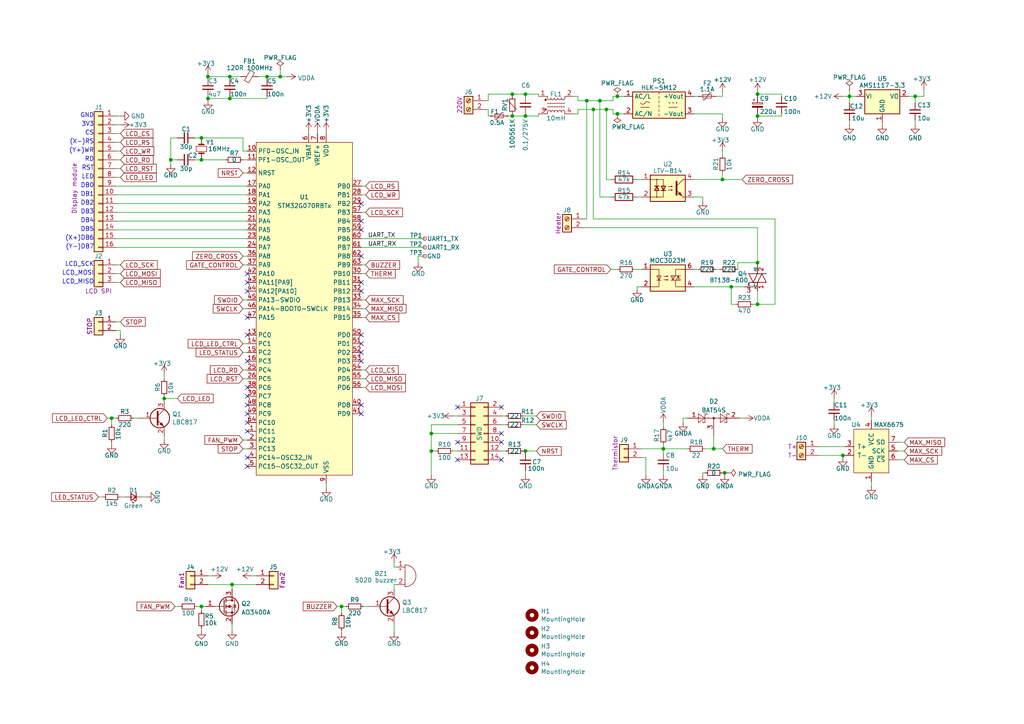
<source format=kicad_sch>
(kicad_sch (version 20211123) (generator eeschema)

  (uuid 70d5c94e-4b51-493e-80c5-98d2c2b0b85e)

  (paper "A4")

  

  (junction (at 179.07 33.02) (diameter 0) (color 0 0 0 0)
    (uuid 10d1282e-eda3-45e9-a948-3e5c9e05abd3)
  )
  (junction (at 125.095 130.81) (diameter 0) (color 0 0 0 0)
    (uuid 178eba62-bb03-4037-9b55-9f471fd5a5bf)
  )
  (junction (at 49.53 46.355) (diameter 0) (color 0 0 0 0)
    (uuid 18a5a8c7-664c-4a54-ba94-aa4f683fee93)
  )
  (junction (at 265.43 27.94) (diameter 0) (color 0 0 0 0)
    (uuid 2674fe2f-e560-40cc-bad9-2801cb6ee12d)
  )
  (junction (at 246.38 27.94) (diameter 0) (color 0 0 0 0)
    (uuid 2813f6f8-790e-4537-9314-18df1ad26b23)
  )
  (junction (at 192.405 130.175) (diameter 0) (color 0 0 0 0)
    (uuid 2a524186-8a30-4949-8c8b-de559e75c8fd)
  )
  (junction (at 219.71 27.305) (diameter 0) (color 0 0 0 0)
    (uuid 2a943c7c-1ab2-40d8-bb61-3e21e93c3d07)
  )
  (junction (at 81.28 22.225) (diameter 0) (color 0 0 0 0)
    (uuid 32f9f031-3a7d-436b-a697-64db254e9f48)
  )
  (junction (at 32.385 121.285) (diameter 0) (color 0 0 0 0)
    (uuid 3806f52e-f776-4ec5-a0b2-37172e8b24b3)
  )
  (junction (at 125.095 125.73) (diameter 0) (color 0 0 0 0)
    (uuid 4a66b485-3cc5-4737-bd32-71657bb2cb00)
  )
  (junction (at 244.475 132.08) (diameter 0) (color 0 0 0 0)
    (uuid 4b0034b3-1b35-4be3-9120-e386c0163984)
  )
  (junction (at 77.47 22.225) (diameter 0) (color 0 0 0 0)
    (uuid 5375496c-16d3-4105-a1bd-44d0c66b47f7)
  )
  (junction (at 148.59 27.305) (diameter 0) (color 0 0 0 0)
    (uuid 5d8b740b-10bb-4bd2-aef0-89f5e4f46082)
  )
  (junction (at 175.895 31.75) (diameter 0) (color 0 0 0 0)
    (uuid 66ba1dbe-d797-4e4a-a4a0-cf74c21e2e86)
  )
  (junction (at 219.71 88.265) (diameter 0) (color 0 0 0 0)
    (uuid 67217886-8bbe-450c-bb8f-4a9c1c7eb7fe)
  )
  (junction (at 207.01 130.175) (diameter 0) (color 0 0 0 0)
    (uuid 6fa7d3c8-48cf-4d15-9fd3-43ed9300ac40)
  )
  (junction (at 209.55 52.07) (diameter 0) (color 0 0 0 0)
    (uuid 7402d442-a518-4f43-b83e-0e510efb64dd)
  )
  (junction (at 58.42 46.355) (diameter 0) (color 0 0 0 0)
    (uuid 75629cf6-1307-4c7e-ad40-dcb91ba16500)
  )
  (junction (at 152.4 27.305) (diameter 0) (color 0 0 0 0)
    (uuid 7669ec0a-426d-431a-ab1e-41c7e1ba9adf)
  )
  (junction (at 219.71 33.655) (diameter 0) (color 0 0 0 0)
    (uuid 85ca8925-6218-41d4-93ba-da83f606f910)
  )
  (junction (at 60.325 22.225) (diameter 0) (color 0 0 0 0)
    (uuid 87a032de-a869-49e6-b7e9-ffa0f10e2125)
  )
  (junction (at 148.59 33.655) (diameter 0) (color 0 0 0 0)
    (uuid 88673e66-d0d6-4a78-95f3-366baed8a65e)
  )
  (junction (at 210.185 137.16) (diameter 0) (color 0 0 0 0)
    (uuid 8da47eee-3165-4ffc-9fe4-61dd0dfa8ee8)
  )
  (junction (at 152.4 130.81) (diameter 0) (color 0 0 0 0)
    (uuid 92d302e0-db9a-4c4f-9f2c-34a8139517e5)
  )
  (junction (at 66.675 28.575) (diameter 0) (color 0 0 0 0)
    (uuid 955d7b53-c4b6-4346-ab04-2bac98fc9271)
  )
  (junction (at 212.09 83.185) (diameter 0) (color 0 0 0 0)
    (uuid 9820d6a2-96c1-4222-a96f-190be4642f26)
  )
  (junction (at 173.99 29.21) (diameter 0) (color 0 0 0 0)
    (uuid 98a1eea8-44a8-4a47-a427-e6cc41ebeafa)
  )
  (junction (at 99.06 175.895) (diameter 0) (color 0 0 0 0)
    (uuid a7262465-6d9e-473a-bae3-ccbd4c7c4efa)
  )
  (junction (at 152.4 33.655) (diameter 0) (color 0 0 0 0)
    (uuid ae865a34-f421-4602-8c0e-fa7d06aa340e)
  )
  (junction (at 66.675 22.225) (diameter 0) (color 0 0 0 0)
    (uuid b1074374-f8c2-4c2d-9e63-777bc2947e26)
  )
  (junction (at 58.42 175.895) (diameter 0) (color 0 0 0 0)
    (uuid c0f903a9-00d7-4fad-ae1f-a8d69388ada8)
  )
  (junction (at 179.07 27.94) (diameter 0) (color 0 0 0 0)
    (uuid c773af5b-01b9-41bd-9805-08e47da79272)
  )
  (junction (at 60.325 28.575) (diameter 0) (color 0 0 0 0)
    (uuid d3db1909-0dcc-44b7-b5eb-6b4eeb1acfa4)
  )
  (junction (at 58.42 40.005) (diameter 0) (color 0 0 0 0)
    (uuid e21e7e25-a7e8-4cb4-8e43-6e8f2e737d61)
  )
  (junction (at 47.625 115.57) (diameter 0) (color 0 0 0 0)
    (uuid e2b0dcc3-8ec2-4312-9923-d633e2ecacb5)
  )
  (junction (at 67.31 169.545) (diameter 0) (color 0 0 0 0)
    (uuid e9b73433-5613-4340-80df-b7e982d63d63)
  )
  (junction (at 170.18 29.21) (diameter 0) (color 0 0 0 0)
    (uuid ed1345f8-1504-476c-bd93-b4c4b495a553)
  )
  (junction (at 172.085 31.75) (diameter 0) (color 0 0 0 0)
    (uuid f692e449-0c47-47be-9ec5-c7f7c41077a4)
  )
  (junction (at 219.71 76.2) (diameter 0) (color 0 0 0 0)
    (uuid f896ae27-bcdf-4350-ad6f-7b06190d5c77)
  )

  (no_connect (at 71.755 114.935) (uuid 02a0e8ca-1285-40f1-830a-fd6772d26e9e))
  (no_connect (at 71.755 104.775) (uuid 120c25cd-b48f-4118-8a11-8d340ac5b9ec))
  (no_connect (at 71.755 125.095) (uuid 13c8acdf-a53f-4840-8513-f27fcda50062))
  (no_connect (at 71.755 84.455) (uuid 231fb950-1955-44dc-88c0-205679e6be90))
  (no_connect (at 132.715 128.27) (uuid 29ccae83-b57f-48a8-abd1-e3ee2ed14c2b))
  (no_connect (at 145.415 133.35) (uuid 398b3637-6d4b-4338-b931-145a208eb5ac))
  (no_connect (at 104.775 84.455) (uuid 3cbaa695-625d-43c5-9799-d8a064245347))
  (no_connect (at 71.755 135.255) (uuid 58ddb0a5-68f2-4c92-bd26-a913a9056cbc))
  (no_connect (at 104.775 81.915) (uuid 5c494ac1-1540-4c8e-8831-34bbb571c120))
  (no_connect (at 104.775 120.015) (uuid 622eb112-b737-4b9c-92c8-3ba3a6c8215b))
  (no_connect (at 104.775 102.235) (uuid 62dee897-2e05-4958-b89e-91d5a11634bb))
  (no_connect (at 145.415 128.27) (uuid 6b8ee2cc-cd08-4e8d-9045-6b62ac3ba79f))
  (no_connect (at 71.755 81.915) (uuid 729964a8-5452-4e86-9f32-e1f2d6aae048))
  (no_connect (at 71.755 97.155) (uuid 7c2f64c1-84c7-447a-bf07-5e2cfb5a8ead))
  (no_connect (at 71.755 120.015) (uuid 7f5c9fab-9fd4-44ad-abcf-7d891e2d2080))
  (no_connect (at 104.775 97.155) (uuid 803d3936-1234-48b3-b783-725ed3d1872b))
  (no_connect (at 145.415 118.11) (uuid 8744691b-6641-436e-9f46-a8d48ce27583))
  (no_connect (at 104.775 99.695) (uuid 89f2040c-1b88-4ada-b27f-7fe5ff355b3c))
  (no_connect (at 71.755 92.075) (uuid 93010cf3-63f8-4b68-9d6c-045dbc2f694e))
  (no_connect (at 71.755 132.715) (uuid bb6588e9-a9ff-473e-a628-11e627baf898))
  (no_connect (at 71.755 79.375) (uuid bb7c6493-2b1d-481a-8549-a2bf084febff))
  (no_connect (at 104.775 104.775) (uuid c0abdffa-7a3e-4939-9f6c-a2662f359cd8))
  (no_connect (at 132.715 133.35) (uuid c4265f23-a72b-4efe-9397-f668a170c441))
  (no_connect (at 104.775 117.475) (uuid c6df1aad-79b6-4b02-b9c4-8c9e977ce511))
  (no_connect (at 71.755 117.475) (uuid cffaf50c-0cf6-4e1e-9920-d70b70154d57))
  (no_connect (at 104.775 66.675) (uuid d63d23db-05cd-4b6f-99af-9abae33759ed))
  (no_connect (at 104.775 74.295) (uuid d63d23db-05cd-4b6f-99af-9abae33759ee))
  (no_connect (at 104.775 64.135) (uuid d63d23db-05cd-4b6f-99af-9abae33759ef))
  (no_connect (at 132.715 118.11) (uuid d66678ba-b776-40e5-b647-81b29a23c0cf))
  (no_connect (at 71.755 112.395) (uuid ecf2293c-0457-4b5d-91a1-8249fea43123))
  (no_connect (at 71.755 122.555) (uuid f0b9537d-50f2-4a4e-8743-f58c7a0b499e))
  (no_connect (at 145.415 125.73) (uuid f3f3afbf-cdc2-4821-bd58-e917acce0b45))
  (no_connect (at 104.775 59.055) (uuid f73c516f-b57a-4220-9960-8cb4dba9027c))

  (wire (pts (xy 219.71 88.265) (xy 219.71 84.455))
    (stroke (width 0) (type default) (color 0 0 0 0))
    (uuid 0021461e-29f3-423e-9587-5901802d71b2)
  )
  (wire (pts (xy 167.64 29.21) (xy 170.18 29.21))
    (stroke (width 0) (type default) (color 0 0 0 0))
    (uuid 007ce7f0-c2c3-4aaa-82bb-fdf3c8562e05)
  )
  (wire (pts (xy 58.42 175.895) (xy 59.69 175.895))
    (stroke (width 0) (type default) (color 0 0 0 0))
    (uuid 00ab1310-3a4b-4ee9-8d79-777dcf16f212)
  )
  (wire (pts (xy 71.755 86.995) (xy 70.485 86.995))
    (stroke (width 0) (type default) (color 0 0 0 0))
    (uuid 0144d383-eac1-4f04-b205-b70cb20a560d)
  )
  (wire (pts (xy 33.655 56.515) (xy 71.755 56.515))
    (stroke (width 0) (type default) (color 0 0 0 0))
    (uuid 01c58a7e-d6b5-40d0-bda4-8ccd186d7beb)
  )
  (wire (pts (xy 201.295 33.02) (xy 209.55 33.02))
    (stroke (width 0) (type default) (color 0 0 0 0))
    (uuid 022babd2-5db8-4723-9f7d-bcb28a887d46)
  )
  (wire (pts (xy 51.435 40.005) (xy 49.53 40.005))
    (stroke (width 0) (type default) (color 0 0 0 0))
    (uuid 03d6590e-4c39-45de-88db-ceaf49cd88fc)
  )
  (wire (pts (xy 169.545 63.5) (xy 170.18 63.5))
    (stroke (width 0) (type default) (color 0 0 0 0))
    (uuid 0573d05d-d8de-470a-a9c2-1610483fd700)
  )
  (wire (pts (xy 104.775 69.215) (xy 123.19 69.215))
    (stroke (width 0) (type default) (color 0 0 0 0))
    (uuid 066e8e26-4711-4f62-9f42-df6e54e78b18)
  )
  (wire (pts (xy 70.485 43.815) (xy 71.755 43.815))
    (stroke (width 0) (type default) (color 0 0 0 0))
    (uuid 073ed338-2da0-4d4d-b98b-17c345cd2540)
  )
  (wire (pts (xy 219.71 33.655) (xy 219.71 33.02))
    (stroke (width 0) (type default) (color 0 0 0 0))
    (uuid 0aac980a-4e18-4f80-9bc9-0aef6e9345e6)
  )
  (wire (pts (xy 60.325 22.225) (xy 60.325 22.86))
    (stroke (width 0) (type default) (color 0 0 0 0))
    (uuid 0ac91038-65c9-45fa-a371-6b1c8ee2fd8d)
  )
  (wire (pts (xy 177.8 31.75) (xy 177.8 33.02))
    (stroke (width 0) (type default) (color 0 0 0 0))
    (uuid 0b4f6b92-2b02-4121-925d-528fb47994ff)
  )
  (wire (pts (xy 121.285 74.295) (xy 121.285 76.2))
    (stroke (width 0) (type default) (color 0 0 0 0))
    (uuid 0da35be7-ed3b-4496-9bd7-6746ce122503)
  )
  (wire (pts (xy 192.405 130.175) (xy 199.39 130.175))
    (stroke (width 0) (type default) (color 0 0 0 0))
    (uuid 0dfa5151-f145-4af5-a82a-3762f0478d22)
  )
  (wire (pts (xy 67.31 180.975) (xy 67.31 182.88))
    (stroke (width 0) (type default) (color 0 0 0 0))
    (uuid 0e7d0507-1a25-47db-b391-eebe906ef052)
  )
  (wire (pts (xy 201.295 78.105) (xy 202.565 78.105))
    (stroke (width 0) (type default) (color 0 0 0 0))
    (uuid 0ed25811-49a6-4f41-a7b9-8fd7e354f294)
  )
  (wire (pts (xy 106.045 61.595) (xy 104.775 61.595))
    (stroke (width 0) (type default) (color 0 0 0 0))
    (uuid 12d6ccd4-0ece-4fd3-b388-f80fe4a9f526)
  )
  (wire (pts (xy 260.35 128.27) (xy 262.255 128.27))
    (stroke (width 0) (type default) (color 0 0 0 0))
    (uuid 146cb325-707a-497b-a051-8670d8e32009)
  )
  (wire (pts (xy 224.79 88.265) (xy 224.79 63.5))
    (stroke (width 0) (type default) (color 0 0 0 0))
    (uuid 14e94641-5b7e-45fa-aa63-d7f60ae2f28e)
  )
  (wire (pts (xy 203.835 137.16) (xy 204.47 137.16))
    (stroke (width 0) (type default) (color 0 0 0 0))
    (uuid 151f31cd-ebd1-403e-b171-6bc15a04fc5c)
  )
  (wire (pts (xy 219.71 76.2) (xy 219.71 76.835))
    (stroke (width 0) (type default) (color 0 0 0 0))
    (uuid 15ac11b4-6f83-4265-8708-9a1c8046cc27)
  )
  (wire (pts (xy 219.71 66.04) (xy 219.71 76.2))
    (stroke (width 0) (type default) (color 0 0 0 0))
    (uuid 17346005-ee7a-448a-98ca-695574ed6db0)
  )
  (wire (pts (xy 58.42 46.355) (xy 65.405 46.355))
    (stroke (width 0) (type default) (color 0 0 0 0))
    (uuid 17908aa3-3d4d-4772-9eac-9638d5436758)
  )
  (wire (pts (xy 172.085 31.75) (xy 175.895 31.75))
    (stroke (width 0) (type default) (color 0 0 0 0))
    (uuid 1a055c2b-8eb2-4e43-b2e2-865a7dba1b47)
  )
  (wire (pts (xy 267.97 27.94) (xy 265.43 27.94))
    (stroke (width 0) (type default) (color 0 0 0 0))
    (uuid 1a386317-bdf0-4bfe-ada3-a80fd004c070)
  )
  (wire (pts (xy 125.095 125.73) (xy 125.095 130.81))
    (stroke (width 0) (type default) (color 0 0 0 0))
    (uuid 1af33c80-2561-4b1e-b204-f83de0f09f67)
  )
  (wire (pts (xy 33.655 41.275) (xy 34.925 41.275))
    (stroke (width 0) (type default) (color 0 0 0 0))
    (uuid 1cd9e01c-20f6-4a19-a03b-9c286a691e93)
  )
  (wire (pts (xy 246.38 26.035) (xy 246.38 27.94))
    (stroke (width 0) (type default) (color 0 0 0 0))
    (uuid 1cf0ee07-09b4-4188-acb1-826fb352eda1)
  )
  (wire (pts (xy 241.935 121.92) (xy 241.935 123.19))
    (stroke (width 0) (type default) (color 0 0 0 0))
    (uuid 1d773b12-42af-472a-b205-8d8884bf8bf5)
  )
  (wire (pts (xy 241.935 115.57) (xy 241.935 116.84))
    (stroke (width 0) (type default) (color 0 0 0 0))
    (uuid 1dcb7028-30dc-4be3-9d1c-b06404d833e8)
  )
  (wire (pts (xy 186.055 83.185) (xy 184.785 83.185))
    (stroke (width 0) (type default) (color 0 0 0 0))
    (uuid 1e611147-23a0-46d4-bc28-c8e2431653bc)
  )
  (wire (pts (xy 145.415 120.65) (xy 146.685 120.65))
    (stroke (width 0) (type default) (color 0 0 0 0))
    (uuid 1f7ff77e-d427-4fb7-b5a8-84efa7a2c4ce)
  )
  (wire (pts (xy 33.655 81.915) (xy 34.925 81.915))
    (stroke (width 0) (type default) (color 0 0 0 0))
    (uuid 1fcf8551-87f7-4810-9cef-24f2e85198c9)
  )
  (wire (pts (xy 145.415 130.81) (xy 146.685 130.81))
    (stroke (width 0) (type default) (color 0 0 0 0))
    (uuid 2119aee8-1a12-4149-9899-d7d5887b62e7)
  )
  (wire (pts (xy 33.655 69.215) (xy 71.755 69.215))
    (stroke (width 0) (type default) (color 0 0 0 0))
    (uuid 229ea638-20c6-4b22-9c8e-9a21c25f3c04)
  )
  (wire (pts (xy 33.655 48.895) (xy 34.925 48.895))
    (stroke (width 0) (type default) (color 0 0 0 0))
    (uuid 231e9158-cad2-4d0a-9a44-7e94496c6105)
  )
  (wire (pts (xy 60.325 21.59) (xy 60.325 22.225))
    (stroke (width 0) (type default) (color 0 0 0 0))
    (uuid 2427064f-e22e-426c-86ce-bac1c0f4a05c)
  )
  (wire (pts (xy 77.47 28.575) (xy 66.675 28.575))
    (stroke (width 0) (type default) (color 0 0 0 0))
    (uuid 252ba6a7-e71e-4a0f-a62a-bb1dfd96477a)
  )
  (wire (pts (xy 219.71 33.655) (xy 226.695 33.655))
    (stroke (width 0) (type default) (color 0 0 0 0))
    (uuid 26be7da3-3add-4daf-b009-21aa81320c47)
  )
  (wire (pts (xy 73.025 167.005) (xy 74.295 167.005))
    (stroke (width 0) (type default) (color 0 0 0 0))
    (uuid 284a0d2b-52e7-47d2-a9f8-25e4857b1108)
  )
  (wire (pts (xy 114.3 163.195) (xy 114.3 164.465))
    (stroke (width 0) (type default) (color 0 0 0 0))
    (uuid 298d4d5f-e2a3-4d61-a537-807b78ffd3a6)
  )
  (wire (pts (xy 104.775 79.375) (xy 106.045 79.375))
    (stroke (width 0) (type default) (color 0 0 0 0))
    (uuid 2b2987f5-ce94-4e64-b0d0-4b4a038748d4)
  )
  (wire (pts (xy 184.785 57.15) (xy 186.055 57.15))
    (stroke (width 0) (type default) (color 0 0 0 0))
    (uuid 2b54976f-acfa-4453-91b9-5be6fb009020)
  )
  (wire (pts (xy 260.35 130.81) (xy 262.255 130.81))
    (stroke (width 0) (type default) (color 0 0 0 0))
    (uuid 2c7cf1f3-1c7a-4fdc-abae-1ff2b4a13bf0)
  )
  (wire (pts (xy 114.3 170.815) (xy 114.3 169.545))
    (stroke (width 0) (type default) (color 0 0 0 0))
    (uuid 2e2ff7e0-e2d0-466c-8128-1fd106af9edb)
  )
  (wire (pts (xy 33.655 46.355) (xy 34.925 46.355))
    (stroke (width 0) (type default) (color 0 0 0 0))
    (uuid 2f2a549e-bb0e-47a8-ab2e-14d62e38d710)
  )
  (wire (pts (xy 58.42 40.64) (xy 58.42 40.005))
    (stroke (width 0) (type default) (color 0 0 0 0))
    (uuid 2f7478d0-9cff-402b-8554-c7a0b329b89a)
  )
  (wire (pts (xy 198.12 122.555) (xy 198.12 121.285))
    (stroke (width 0) (type default) (color 0 0 0 0))
    (uuid 312e8498-08e2-4ed6-bff3-351c87d1d82d)
  )
  (wire (pts (xy 184.15 78.105) (xy 186.055 78.105))
    (stroke (width 0) (type default) (color 0 0 0 0))
    (uuid 328ea336-6d64-44fe-a15f-5d6c55b12ff5)
  )
  (wire (pts (xy 219.71 27.305) (xy 219.71 26.67))
    (stroke (width 0) (type default) (color 0 0 0 0))
    (uuid 32c83969-feb6-45ec-b6b8-e008c73cd0c6)
  )
  (wire (pts (xy 152.4 131.445) (xy 152.4 130.81))
    (stroke (width 0) (type default) (color 0 0 0 0))
    (uuid 340bd1ac-de65-4ae6-901d-42870f8619a6)
  )
  (wire (pts (xy 33.655 53.975) (xy 71.755 53.975))
    (stroke (width 0) (type default) (color 0 0 0 0))
    (uuid 3542be4e-b4ee-45a1-9d63-f53e37486c50)
  )
  (wire (pts (xy 125.095 130.81) (xy 126.365 130.81))
    (stroke (width 0) (type default) (color 0 0 0 0))
    (uuid 364c1969-f137-4838-90c1-928bd9479741)
  )
  (wire (pts (xy 56.515 46.355) (xy 58.42 46.355))
    (stroke (width 0) (type default) (color 0 0 0 0))
    (uuid 3752a0c4-1dcb-49d4-a2e5-80549881d80e)
  )
  (wire (pts (xy 187.325 132.715) (xy 186.055 132.715))
    (stroke (width 0) (type default) (color 0 0 0 0))
    (uuid 3bdc0e83-6cc4-46b1-b021-984a1e7cffe1)
  )
  (wire (pts (xy 81.28 22.225) (xy 77.47 22.225))
    (stroke (width 0) (type default) (color 0 0 0 0))
    (uuid 3cd7d5c3-9d51-4310-bc8d-6d3dd49a26cb)
  )
  (wire (pts (xy 114.3 164.465) (xy 114.935 164.465))
    (stroke (width 0) (type default) (color 0 0 0 0))
    (uuid 3e24501e-5c37-4797-b79d-2a21bbc58639)
  )
  (wire (pts (xy 70.485 127.635) (xy 71.755 127.635))
    (stroke (width 0) (type default) (color 0 0 0 0))
    (uuid 3e438bf2-5d45-4fe2-893d-8d01133768aa)
  )
  (wire (pts (xy 94.615 38.735) (xy 94.615 38.1))
    (stroke (width 0) (type default) (color 0 0 0 0))
    (uuid 41254fb2-5180-46c8-85b6-c57dbbb63d57)
  )
  (wire (pts (xy 213.36 88.265) (xy 212.09 88.265))
    (stroke (width 0) (type default) (color 0 0 0 0))
    (uuid 413ad3e7-dc04-4a32-acc3-cccdeed34133)
  )
  (wire (pts (xy 33.655 64.135) (xy 71.755 64.135))
    (stroke (width 0) (type default) (color 0 0 0 0))
    (uuid 44a25521-3a36-43dc-86e3-dee410723620)
  )
  (wire (pts (xy 132.715 120.65) (xy 131.445 120.65))
    (stroke (width 0) (type default) (color 0 0 0 0))
    (uuid 44fd9920-f365-4de2-a0ed-67ea47900838)
  )
  (wire (pts (xy 32.385 121.285) (xy 32.385 123.19))
    (stroke (width 0) (type default) (color 0 0 0 0))
    (uuid 459c61eb-9f32-4788-97e9-e10295993852)
  )
  (wire (pts (xy 50.8 175.895) (xy 52.07 175.895))
    (stroke (width 0) (type default) (color 0 0 0 0))
    (uuid 485db09e-08b8-4ebf-8505-c093f7bcc081)
  )
  (wire (pts (xy 267.97 26.035) (xy 267.97 27.94))
    (stroke (width 0) (type default) (color 0 0 0 0))
    (uuid 4c33aebc-da00-4a30-aa22-90bebf81a76f)
  )
  (wire (pts (xy 184.785 52.07) (xy 186.055 52.07))
    (stroke (width 0) (type default) (color 0 0 0 0))
    (uuid 4c437070-8a96-4794-8415-41de164051c8)
  )
  (wire (pts (xy 260.35 133.35) (xy 262.255 133.35))
    (stroke (width 0) (type default) (color 0 0 0 0))
    (uuid 4ce33d32-0190-468e-9609-9d0da1c506d1)
  )
  (wire (pts (xy 244.475 132.715) (xy 244.475 132.08))
    (stroke (width 0) (type default) (color 0 0 0 0))
    (uuid 4e5691f8-785f-45e7-b4f7-8fef0e7a06be)
  )
  (wire (pts (xy 106.68 175.895) (xy 105.41 175.895))
    (stroke (width 0) (type default) (color 0 0 0 0))
    (uuid 4f55e4bd-bb3b-4ee3-9afc-f86399ee41f4)
  )
  (wire (pts (xy 33.655 43.815) (xy 34.925 43.815))
    (stroke (width 0) (type default) (color 0 0 0 0))
    (uuid 5010040e-1fa2-478d-ad5c-c5a5ed31e76a)
  )
  (wire (pts (xy 34.925 95.885) (xy 33.655 95.885))
    (stroke (width 0) (type default) (color 0 0 0 0))
    (uuid 50956549-6d1d-497b-9d30-82d9190ecd95)
  )
  (wire (pts (xy 265.43 36.195) (xy 265.43 34.925))
    (stroke (width 0) (type default) (color 0 0 0 0))
    (uuid 5160db40-f61a-48bf-88b4-bb5ac60e8c5c)
  )
  (wire (pts (xy 99.06 175.895) (xy 99.06 177.8))
    (stroke (width 0) (type default) (color 0 0 0 0))
    (uuid 51748198-6651-4d5f-91c6-5c932877469e)
  )
  (wire (pts (xy 244.475 27.94) (xy 246.38 27.94))
    (stroke (width 0) (type default) (color 0 0 0 0))
    (uuid 51fa0dae-5c5d-43be-a032-d5e704105e36)
  )
  (wire (pts (xy 99.06 175.895) (xy 97.79 175.895))
    (stroke (width 0) (type default) (color 0 0 0 0))
    (uuid 52cc17ab-1c7d-46ef-bd12-7cdc557dea44)
  )
  (wire (pts (xy 179.07 33.02) (xy 180.975 33.02))
    (stroke (width 0) (type default) (color 0 0 0 0))
    (uuid 53db0dc0-dfcf-4bc3-86dc-ffaf3adceda5)
  )
  (wire (pts (xy 70.485 50.165) (xy 71.755 50.165))
    (stroke (width 0) (type default) (color 0 0 0 0))
    (uuid 54c86742-77c6-4e83-b5ac-c3d2c7e1ffbf)
  )
  (wire (pts (xy 33.655 59.055) (xy 71.755 59.055))
    (stroke (width 0) (type default) (color 0 0 0 0))
    (uuid 553624ab-59cc-4b73-ba66-e480e762af82)
  )
  (wire (pts (xy 209.55 33.02) (xy 209.55 34.29))
    (stroke (width 0) (type default) (color 0 0 0 0))
    (uuid 5562c925-f045-40b8-92d6-6b7d2804d02e)
  )
  (wire (pts (xy 33.655 38.735) (xy 34.925 38.735))
    (stroke (width 0) (type default) (color 0 0 0 0))
    (uuid 5979264b-6afe-4e22-96c5-3f71a986ef24)
  )
  (wire (pts (xy 99.06 182.88) (xy 99.06 183.515))
    (stroke (width 0) (type default) (color 0 0 0 0))
    (uuid 5a6e0996-726c-4734-b732-4de754e0fd61)
  )
  (wire (pts (xy 219.71 88.265) (xy 224.79 88.265))
    (stroke (width 0) (type default) (color 0 0 0 0))
    (uuid 5a9fc432-e44b-4e3c-9c3d-22a69730a0bd)
  )
  (wire (pts (xy 47.625 114.935) (xy 47.625 115.57))
    (stroke (width 0) (type default) (color 0 0 0 0))
    (uuid 5d7c9844-6843-4bf4-8e02-546ebb64d2b1)
  )
  (wire (pts (xy 66.675 27.94) (xy 66.675 28.575))
    (stroke (width 0) (type default) (color 0 0 0 0))
    (uuid 5dca9511-d8cd-4147-bd9f-31dd1bd1dd6d)
  )
  (wire (pts (xy 212.09 83.185) (xy 215.9 83.185))
    (stroke (width 0) (type default) (color 0 0 0 0))
    (uuid 5ee0bac8-a1bf-47f5-851e-f3aa88aed95e)
  )
  (wire (pts (xy 145.415 123.19) (xy 146.685 123.19))
    (stroke (width 0) (type default) (color 0 0 0 0))
    (uuid 5f0421c7-6eee-4199-9d9a-3d8bc1ed0d8d)
  )
  (wire (pts (xy 34.925 93.345) (xy 33.655 93.345))
    (stroke (width 0) (type default) (color 0 0 0 0))
    (uuid 5f532fb3-61a0-4311-84e3-980da4cac791)
  )
  (wire (pts (xy 131.445 130.81) (xy 132.715 130.81))
    (stroke (width 0) (type default) (color 0 0 0 0))
    (uuid 5f54bcb8-0a80-47c7-a329-d6dcc9d5f1fd)
  )
  (wire (pts (xy 104.775 56.515) (xy 106.045 56.515))
    (stroke (width 0) (type default) (color 0 0 0 0))
    (uuid 5ffe049d-d6ca-4d4b-9828-4de9d6b65180)
  )
  (wire (pts (xy 187.325 137.795) (xy 187.325 132.715))
    (stroke (width 0) (type default) (color 0 0 0 0))
    (uuid 604bd3df-937d-4be0-9c3f-52ae19fce0ab)
  )
  (wire (pts (xy 213.995 78.105) (xy 213.995 76.2))
    (stroke (width 0) (type default) (color 0 0 0 0))
    (uuid 609e9a3c-4516-495e-9fd2-c9a2d058a806)
  )
  (wire (pts (xy 49.53 46.355) (xy 49.53 47.625))
    (stroke (width 0) (type default) (color 0 0 0 0))
    (uuid 63a9b380-5a3c-44f9-8357-42fca1d949d7)
  )
  (wire (pts (xy 148.59 27.305) (xy 148.59 27.94))
    (stroke (width 0) (type default) (color 0 0 0 0))
    (uuid 6427b149-8335-42f9-beab-08f2b86f5d01)
  )
  (wire (pts (xy 167.64 31.75) (xy 172.085 31.75))
    (stroke (width 0) (type default) (color 0 0 0 0))
    (uuid 651f9eb4-002d-4a2c-aa75-227371ea604a)
  )
  (wire (pts (xy 34.925 144.145) (xy 36.195 144.145))
    (stroke (width 0) (type default) (color 0 0 0 0))
    (uuid 661a5444-c2d9-4db8-959d-373e0df196f7)
  )
  (wire (pts (xy 125.095 130.81) (xy 125.095 137.795))
    (stroke (width 0) (type default) (color 0 0 0 0))
    (uuid 66c44345-8bca-45e9-b3f5-ca66e11b59b3)
  )
  (wire (pts (xy 209.55 43.815) (xy 209.55 45.085))
    (stroke (width 0) (type default) (color 0 0 0 0))
    (uuid 69ae94e7-48ef-4f42-8265-cacf71aebd13)
  )
  (wire (pts (xy 152.4 27.305) (xy 152.4 27.94))
    (stroke (width 0) (type default) (color 0 0 0 0))
    (uuid 6a1441f2-4627-4d36-b4cf-a5aeac796080)
  )
  (wire (pts (xy 186.055 130.175) (xy 192.405 130.175))
    (stroke (width 0) (type default) (color 0 0 0 0))
    (uuid 6a50f686-04a8-43bf-8595-9ee16fa9220b)
  )
  (wire (pts (xy 125.095 123.19) (xy 125.095 125.73))
    (stroke (width 0) (type default) (color 0 0 0 0))
    (uuid 6b1ccedd-d6e8-4ff3-b0a9-a40316cd89d5)
  )
  (wire (pts (xy 47.625 115.57) (xy 51.435 115.57))
    (stroke (width 0) (type default) (color 0 0 0 0))
    (uuid 6c52db09-1cb8-4628-b97d-cd400f82756a)
  )
  (wire (pts (xy 219.71 27.305) (xy 226.695 27.305))
    (stroke (width 0) (type default) (color 0 0 0 0))
    (uuid 6ca4801d-06e0-479b-9dd7-7f378b83911c)
  )
  (wire (pts (xy 177.165 78.105) (xy 179.07 78.105))
    (stroke (width 0) (type default) (color 0 0 0 0))
    (uuid 6cec7a00-1c0a-4b85-ba0d-b68674bbf602)
  )
  (wire (pts (xy 104.775 86.995) (xy 106.045 86.995))
    (stroke (width 0) (type default) (color 0 0 0 0))
    (uuid 6e247e44-f717-4a85-8038-5e0ee1c1b729)
  )
  (wire (pts (xy 60.325 27.94) (xy 60.325 28.575))
    (stroke (width 0) (type default) (color 0 0 0 0))
    (uuid 6eabda4d-213f-4d12-bb0f-841999959543)
  )
  (wire (pts (xy 177.165 52.07) (xy 175.895 52.07))
    (stroke (width 0) (type default) (color 0 0 0 0))
    (uuid 6ebd19aa-16b0-4a2f-b643-07e07cf69388)
  )
  (wire (pts (xy 74.295 169.545) (xy 67.31 169.545))
    (stroke (width 0) (type default) (color 0 0 0 0))
    (uuid 7012ddf8-ad0b-4f65-8ed8-2bb9cfc77198)
  )
  (wire (pts (xy 34.925 97.155) (xy 34.925 95.885))
    (stroke (width 0) (type default) (color 0 0 0 0))
    (uuid 716a1d72-a69c-4b20-af6a-6f6a6d12d249)
  )
  (wire (pts (xy 66.675 28.575) (xy 60.325 28.575))
    (stroke (width 0) (type default) (color 0 0 0 0))
    (uuid 72b4f67e-72f2-4c23-86d4-e502e953015e)
  )
  (wire (pts (xy 252.73 121.92) (xy 252.73 120.65))
    (stroke (width 0) (type default) (color 0 0 0 0))
    (uuid 7360f44e-c228-43ab-b4c0-fe6c5d0838f3)
  )
  (wire (pts (xy 167.64 29.21) (xy 167.64 27.94))
    (stroke (width 0) (type default) (color 0 0 0 0))
    (uuid 74362be6-c139-4054-8806-c3e14c558bd1)
  )
  (wire (pts (xy 60.325 28.575) (xy 60.325 29.21))
    (stroke (width 0) (type default) (color 0 0 0 0))
    (uuid 75d5fb48-948d-4648-887f-a9c863b86061)
  )
  (wire (pts (xy 210.185 137.16) (xy 210.82 137.16))
    (stroke (width 0) (type default) (color 0 0 0 0))
    (uuid 77a7f791-b935-4328-8ff0-70e4550244e8)
  )
  (wire (pts (xy 141.605 29.21) (xy 141.605 27.305))
    (stroke (width 0) (type default) (color 0 0 0 0))
    (uuid 791bdc83-6e52-492f-879a-979353ad853f)
  )
  (wire (pts (xy 177.8 29.21) (xy 177.8 27.94))
    (stroke (width 0) (type default) (color 0 0 0 0))
    (uuid 795b2203-8956-48d7-9017-c5a4422098f1)
  )
  (wire (pts (xy 207.645 27.94) (xy 209.55 27.94))
    (stroke (width 0) (type default) (color 0 0 0 0))
    (uuid 79a209df-6e02-4e05-917f-9293986be211)
  )
  (wire (pts (xy 175.895 52.07) (xy 175.895 31.75))
    (stroke (width 0) (type default) (color 0 0 0 0))
    (uuid 7a83ac6a-0e04-4867-b6b9-8c951c04c790)
  )
  (wire (pts (xy 170.18 29.21) (xy 173.99 29.21))
    (stroke (width 0) (type default) (color 0 0 0 0))
    (uuid 7b9fccac-2787-4a54-9d97-ab97d9d155fc)
  )
  (wire (pts (xy 246.38 27.94) (xy 248.285 27.94))
    (stroke (width 0) (type default) (color 0 0 0 0))
    (uuid 7d129dde-9d30-47aa-8c96-5f5e72207dca)
  )
  (wire (pts (xy 209.55 27.94) (xy 209.55 26.67))
    (stroke (width 0) (type default) (color 0 0 0 0))
    (uuid 7d282ae5-1107-4ab8-b31c-9a5b067057b1)
  )
  (wire (pts (xy 148.59 33.02) (xy 148.59 33.655))
    (stroke (width 0) (type default) (color 0 0 0 0))
    (uuid 7e8fe8c9-816b-448d-aaca-07e727be6194)
  )
  (wire (pts (xy 67.31 169.545) (xy 67.31 170.815))
    (stroke (width 0) (type default) (color 0 0 0 0))
    (uuid 7f38848b-7fcc-4fc9-b355-8ae03f5e757d)
  )
  (wire (pts (xy 213.995 76.2) (xy 219.71 76.2))
    (stroke (width 0) (type default) (color 0 0 0 0))
    (uuid 7f555394-fab9-4ec3-827c-6b0193f49577)
  )
  (wire (pts (xy 70.485 74.295) (xy 71.755 74.295))
    (stroke (width 0) (type default) (color 0 0 0 0))
    (uuid 80af133c-7ab7-481d-a2c4-c345acbfb701)
  )
  (wire (pts (xy 40.005 121.285) (xy 38.735 121.285))
    (stroke (width 0) (type default) (color 0 0 0 0))
    (uuid 8198cc5e-8f72-441b-a2e1-92ca5661103e)
  )
  (wire (pts (xy 212.09 88.265) (xy 212.09 83.185))
    (stroke (width 0) (type default) (color 0 0 0 0))
    (uuid 82ff02ef-bf7f-44c2-b2f3-c3661287c2f8)
  )
  (wire (pts (xy 47.625 108.585) (xy 47.625 109.855))
    (stroke (width 0) (type default) (color 0 0 0 0))
    (uuid 8393e6a9-e1fc-4aea-ba01-3e83eb081d0d)
  )
  (wire (pts (xy 33.655 61.595) (xy 71.755 61.595))
    (stroke (width 0) (type default) (color 0 0 0 0))
    (uuid 8609d100-e28f-4018-a4b8-74fd2501266e)
  )
  (wire (pts (xy 255.905 35.56) (xy 255.905 36.195))
    (stroke (width 0) (type default) (color 0 0 0 0))
    (uuid 867fd820-861f-410c-bbe1-5263bbc3abb7)
  )
  (wire (pts (xy 70.485 107.315) (xy 71.755 107.315))
    (stroke (width 0) (type default) (color 0 0 0 0))
    (uuid 87d28045-2257-47b9-a776-bf8e55ef8fd9)
  )
  (wire (pts (xy 33.655 121.285) (xy 32.385 121.285))
    (stroke (width 0) (type default) (color 0 0 0 0))
    (uuid 87efc790-8644-489c-9b71-13ce7d7005eb)
  )
  (wire (pts (xy 226.695 33.655) (xy 226.695 33.02))
    (stroke (width 0) (type default) (color 0 0 0 0))
    (uuid 888479f6-cea3-4ff3-be20-e81a6b25142c)
  )
  (wire (pts (xy 169.545 66.04) (xy 219.71 66.04))
    (stroke (width 0) (type default) (color 0 0 0 0))
    (uuid 8903591f-4a92-454b-a922-4c68da60fd28)
  )
  (wire (pts (xy 167.64 31.75) (xy 167.64 33.02))
    (stroke (width 0) (type default) (color 0 0 0 0))
    (uuid 8bed222f-37ff-4df9-851f-bb33fbd28ded)
  )
  (wire (pts (xy 66.675 22.225) (xy 60.325 22.225))
    (stroke (width 0) (type default) (color 0 0 0 0))
    (uuid 8c3d788d-64a1-4554-9485-f491a5d6e471)
  )
  (wire (pts (xy 148.59 27.305) (xy 152.4 27.305))
    (stroke (width 0) (type default) (color 0 0 0 0))
    (uuid 8ca3a81c-7144-4a4e-afd1-0271fae8b173)
  )
  (wire (pts (xy 167.64 33.02) (xy 166.37 33.02))
    (stroke (width 0) (type default) (color 0 0 0 0))
    (uuid 8cc5b1ad-9be6-4bd1-957b-d3025b273707)
  )
  (wire (pts (xy 226.695 27.305) (xy 226.695 27.94))
    (stroke (width 0) (type default) (color 0 0 0 0))
    (uuid 8da772be-ea34-489f-850b-6ab6bf20816c)
  )
  (wire (pts (xy 89.535 38.735) (xy 89.535 38.1))
    (stroke (width 0) (type default) (color 0 0 0 0))
    (uuid 8ff75145-f9e9-4eaf-83c7-20940f3590d8)
  )
  (wire (pts (xy 207.645 78.105) (xy 208.915 78.105))
    (stroke (width 0) (type default) (color 0 0 0 0))
    (uuid 91f496bc-847e-4fd5-9d13-c0e00e3204b8)
  )
  (wire (pts (xy 210.185 137.16) (xy 209.55 137.16))
    (stroke (width 0) (type default) (color 0 0 0 0))
    (uuid 925d5cd3-bd99-4201-827b-ab70a6fa5582)
  )
  (wire (pts (xy 192.405 122.555) (xy 192.405 123.825))
    (stroke (width 0) (type default) (color 0 0 0 0))
    (uuid 928d07b3-a32b-49fc-8c12-1246b18ade13)
  )
  (wire (pts (xy 70.485 40.005) (xy 70.485 43.815))
    (stroke (width 0) (type default) (color 0 0 0 0))
    (uuid 9475b2ff-b90b-4ded-ad75-554f02186aef)
  )
  (wire (pts (xy 209.55 52.07) (xy 209.55 50.165))
    (stroke (width 0) (type default) (color 0 0 0 0))
    (uuid 9568bf06-a903-4bde-93ce-f23adc0565fa)
  )
  (wire (pts (xy 152.4 33.02) (xy 152.4 33.655))
    (stroke (width 0) (type default) (color 0 0 0 0))
    (uuid 96857661-1aa9-4cde-a3f9-64424767014e)
  )
  (wire (pts (xy 265.43 29.845) (xy 265.43 27.94))
    (stroke (width 0) (type default) (color 0 0 0 0))
    (uuid 996bc412-7bdb-4d0a-b241-0119b1119769)
  )
  (wire (pts (xy 33.655 76.835) (xy 34.925 76.835))
    (stroke (width 0) (type default) (color 0 0 0 0))
    (uuid 9ba15ac0-88ab-4167-9a0b-4a6472b6e1b1)
  )
  (wire (pts (xy 173.99 57.15) (xy 173.99 29.21))
    (stroke (width 0) (type default) (color 0 0 0 0))
    (uuid 9c7b93f5-493b-4a99-9f1c-c3df16350fa0)
  )
  (wire (pts (xy 92.075 38.1) (xy 92.075 38.735))
    (stroke (width 0) (type default) (color 0 0 0 0))
    (uuid 9ca885ad-7ec7-414d-bbc3-f94767fbb0d4)
  )
  (wire (pts (xy 198.12 121.285) (xy 199.39 121.285))
    (stroke (width 0) (type default) (color 0 0 0 0))
    (uuid 9f340e3a-770b-4395-b870-4c77f4b56570)
  )
  (wire (pts (xy 172.085 31.75) (xy 172.085 63.5))
    (stroke (width 0) (type default) (color 0 0 0 0))
    (uuid 9f5729be-38ef-4b7b-ab33-c87c8571af48)
  )
  (wire (pts (xy 70.485 130.175) (xy 71.755 130.175))
    (stroke (width 0) (type default) (color 0 0 0 0))
    (uuid a14cda0f-4041-4a46-8926-53187d1bb7cc)
  )
  (wire (pts (xy 207.01 130.175) (xy 209.55 130.175))
    (stroke (width 0) (type default) (color 0 0 0 0))
    (uuid a17ad839-b14e-414c-8cbf-dee43df3c8af)
  )
  (wire (pts (xy 147.32 33.655) (xy 148.59 33.655))
    (stroke (width 0) (type default) (color 0 0 0 0))
    (uuid a1bb54d7-2095-4eb9-ad09-8b4e621b3a38)
  )
  (wire (pts (xy 81.28 20.32) (xy 81.28 22.225))
    (stroke (width 0) (type default) (color 0 0 0 0))
    (uuid a28ded2d-cffa-40db-8d92-f0009c3abe65)
  )
  (wire (pts (xy 104.775 92.075) (xy 106.045 92.075))
    (stroke (width 0) (type default) (color 0 0 0 0))
    (uuid a31eb095-0911-4bde-b6af-7b92490b561d)
  )
  (wire (pts (xy 70.485 46.355) (xy 71.755 46.355))
    (stroke (width 0) (type default) (color 0 0 0 0))
    (uuid a340f295-1ba1-4dd5-b6e0-2321a229d791)
  )
  (wire (pts (xy 141.605 31.75) (xy 140.97 31.75))
    (stroke (width 0) (type default) (color 0 0 0 0))
    (uuid a3bb41c9-29cb-46dd-9a48-572e29a886b3)
  )
  (wire (pts (xy 152.4 27.305) (xy 156.21 27.305))
    (stroke (width 0) (type default) (color 0 0 0 0))
    (uuid a3de59b7-6ef2-4aeb-bb0b-875b7c21e17a)
  )
  (wire (pts (xy 71.755 89.535) (xy 70.485 89.535))
    (stroke (width 0) (type default) (color 0 0 0 0))
    (uuid a5a27001-3f1e-4e4c-8493-6fe9df76f3a4)
  )
  (wire (pts (xy 33.655 79.375) (xy 34.925 79.375))
    (stroke (width 0) (type default) (color 0 0 0 0))
    (uuid a683097e-e3f2-479f-a32d-3c250f53ff70)
  )
  (wire (pts (xy 104.775 112.395) (xy 106.045 112.395))
    (stroke (width 0) (type default) (color 0 0 0 0))
    (uuid a719748e-c167-4cbd-a303-b623175f4864)
  )
  (wire (pts (xy 125.095 123.19) (xy 132.715 123.19))
    (stroke (width 0) (type default) (color 0 0 0 0))
    (uuid a92b851f-63bd-4242-be3a-98e755389568)
  )
  (wire (pts (xy 66.675 22.86) (xy 66.675 22.225))
    (stroke (width 0) (type default) (color 0 0 0 0))
    (uuid aa11847f-1e0b-46f7-a7a5-aa455cea621e)
  )
  (wire (pts (xy 207.01 126.365) (xy 207.01 130.175))
    (stroke (width 0) (type default) (color 0 0 0 0))
    (uuid ab985389-ec3f-4516-b3ed-42b8d0b47efb)
  )
  (wire (pts (xy 175.895 31.75) (xy 177.8 31.75))
    (stroke (width 0) (type default) (color 0 0 0 0))
    (uuid abbf3a46-d656-41a9-a9e1-f6a5a9f489c8)
  )
  (wire (pts (xy 177.8 33.02) (xy 179.07 33.02))
    (stroke (width 0) (type default) (color 0 0 0 0))
    (uuid accd65a4-c9d5-4e7c-927a-706654b6c6bd)
  )
  (wire (pts (xy 252.73 139.7) (xy 252.73 140.97))
    (stroke (width 0) (type default) (color 0 0 0 0))
    (uuid add0307d-9d42-4f82-98db-24dd77eeb5d4)
  )
  (wire (pts (xy 56.515 40.005) (xy 58.42 40.005))
    (stroke (width 0) (type default) (color 0 0 0 0))
    (uuid aeede0c4-5182-46e8-b697-6d83beeb0b45)
  )
  (wire (pts (xy 201.295 57.15) (xy 203.835 57.15))
    (stroke (width 0) (type default) (color 0 0 0 0))
    (uuid af3cdb9c-5cab-46a2-a035-f0471b099f66)
  )
  (wire (pts (xy 152.4 130.81) (xy 155.575 130.81))
    (stroke (width 0) (type default) (color 0 0 0 0))
    (uuid afbfcc59-64e6-4ce4-96db-1206b9f27996)
  )
  (wire (pts (xy 33.655 33.655) (xy 34.925 33.655))
    (stroke (width 0) (type default) (color 0 0 0 0))
    (uuid b206199b-dab8-426b-bf6d-bdfe35b55a1a)
  )
  (wire (pts (xy 70.485 76.835) (xy 71.755 76.835))
    (stroke (width 0) (type default) (color 0 0 0 0))
    (uuid b2cc47b9-8e56-420a-ae5e-b1d02b6d13f0)
  )
  (wire (pts (xy 57.15 175.895) (xy 58.42 175.895))
    (stroke (width 0) (type default) (color 0 0 0 0))
    (uuid b315f37b-c307-4513-aa4c-2f255ac28de7)
  )
  (wire (pts (xy 151.765 130.81) (xy 152.4 130.81))
    (stroke (width 0) (type default) (color 0 0 0 0))
    (uuid b4af75e8-cf0f-4b8c-8abe-03d2efb91d5e)
  )
  (wire (pts (xy 94.615 140.335) (xy 94.615 141.605))
    (stroke (width 0) (type default) (color 0 0 0 0))
    (uuid b5f0a46d-75e2-4f14-81a7-b7cbd1c5e2f5)
  )
  (wire (pts (xy 104.775 53.975) (xy 106.045 53.975))
    (stroke (width 0) (type default) (color 0 0 0 0))
    (uuid b673cf4a-45e6-4c25-98f6-d536a6343c3d)
  )
  (wire (pts (xy 104.775 71.755) (xy 123.19 71.755))
    (stroke (width 0) (type default) (color 0 0 0 0))
    (uuid b6d3d926-2de2-49c6-bb5f-df2e24a60ab9)
  )
  (wire (pts (xy 203.835 137.795) (xy 203.835 137.16))
    (stroke (width 0) (type default) (color 0 0 0 0))
    (uuid b7992c32-dd65-4c1c-b099-53201009cb34)
  )
  (wire (pts (xy 263.525 27.94) (xy 265.43 27.94))
    (stroke (width 0) (type default) (color 0 0 0 0))
    (uuid b9a0a8ec-0b39-45e0-92fc-e7b926f6ef9e)
  )
  (wire (pts (xy 66.675 22.225) (xy 69.85 22.225))
    (stroke (width 0) (type default) (color 0 0 0 0))
    (uuid bbef43ac-5034-4b93-bea0-c9813b8ffceb)
  )
  (wire (pts (xy 77.47 27.94) (xy 77.47 28.575))
    (stroke (width 0) (type default) (color 0 0 0 0))
    (uuid bc1d6d84-92dd-4ff5-abdc-645547680b6b)
  )
  (wire (pts (xy 141.605 27.305) (xy 148.59 27.305))
    (stroke (width 0) (type default) (color 0 0 0 0))
    (uuid bd41eb3b-a3d0-4ad5-a6e9-5b7f9ed91f60)
  )
  (wire (pts (xy 77.47 22.225) (xy 77.47 22.86))
    (stroke (width 0) (type default) (color 0 0 0 0))
    (uuid bd443e92-a0c4-4beb-995d-eea7dab36ccb)
  )
  (wire (pts (xy 61.595 167.005) (xy 60.325 167.005))
    (stroke (width 0) (type default) (color 0 0 0 0))
    (uuid be491325-d0e5-4d2c-ab13-4a9f07b1ad3e)
  )
  (wire (pts (xy 32.385 121.285) (xy 31.115 121.285))
    (stroke (width 0) (type default) (color 0 0 0 0))
    (uuid c43e57df-8a73-4b3d-9328-aa37a1a5f188)
  )
  (wire (pts (xy 32.385 128.27) (xy 32.385 128.905))
    (stroke (width 0) (type default) (color 0 0 0 0))
    (uuid c49762f6-0615-4458-8d32-51825a6923b5)
  )
  (wire (pts (xy 33.655 66.675) (xy 71.755 66.675))
    (stroke (width 0) (type default) (color 0 0 0 0))
    (uuid c565f161-a55c-4ef8-be1e-8b0cbeddbba3)
  )
  (wire (pts (xy 70.485 102.235) (xy 71.755 102.235))
    (stroke (width 0) (type default) (color 0 0 0 0))
    (uuid c6082d64-a536-4d79-a529-3c36e036f75f)
  )
  (wire (pts (xy 167.64 27.94) (xy 166.37 27.94))
    (stroke (width 0) (type default) (color 0 0 0 0))
    (uuid c70b7a7b-16dd-4a81-9444-9c85539103d0)
  )
  (wire (pts (xy 47.625 127.635) (xy 47.625 126.365))
    (stroke (width 0) (type default) (color 0 0 0 0))
    (uuid c73852df-9746-4d58-bade-2255f1eb3892)
  )
  (wire (pts (xy 218.44 88.265) (xy 219.71 88.265))
    (stroke (width 0) (type default) (color 0 0 0 0))
    (uuid c8204c91-7baa-4392-b2f5-f200baacbfdd)
  )
  (wire (pts (xy 47.625 115.57) (xy 47.625 116.205))
    (stroke (width 0) (type default) (color 0 0 0 0))
    (uuid c834d58b-f6b5-4eef-92bd-a21d94d36585)
  )
  (wire (pts (xy 210.185 137.795) (xy 210.185 137.16))
    (stroke (width 0) (type default) (color 0 0 0 0))
    (uuid ca6cd8ea-2bc1-4249-b923-2e980f6c72b1)
  )
  (wire (pts (xy 177.165 57.15) (xy 173.99 57.15))
    (stroke (width 0) (type default) (color 0 0 0 0))
    (uuid cd08c678-31c9-4a93-8c72-30ca44319d56)
  )
  (wire (pts (xy 70.485 109.855) (xy 71.755 109.855))
    (stroke (width 0) (type default) (color 0 0 0 0))
    (uuid cdcf269d-1ce7-4845-8415-1d5f0eb0b91d)
  )
  (wire (pts (xy 114.3 169.545) (xy 114.935 169.545))
    (stroke (width 0) (type default) (color 0 0 0 0))
    (uuid cdf46226-6df4-4381-a52c-6c123c7ec4ae)
  )
  (wire (pts (xy 58.42 40.005) (xy 70.485 40.005))
    (stroke (width 0) (type default) (color 0 0 0 0))
    (uuid cf2f59f2-3790-45c7-baa1-0ca20f24a6cc)
  )
  (wire (pts (xy 204.47 130.175) (xy 207.01 130.175))
    (stroke (width 0) (type default) (color 0 0 0 0))
    (uuid d11f45a3-963b-4a2f-813c-5201bb83e7f7)
  )
  (wire (pts (xy 179.07 27.94) (xy 180.975 27.94))
    (stroke (width 0) (type default) (color 0 0 0 0))
    (uuid d1b1dd5c-f763-47de-b408-091f8a7bb72a)
  )
  (wire (pts (xy 237.49 129.54) (xy 245.11 129.54))
    (stroke (width 0) (type default) (color 0 0 0 0))
    (uuid d1ef325f-4607-44ad-9112-4666f7efbb3f)
  )
  (wire (pts (xy 33.655 71.755) (xy 71.755 71.755))
    (stroke (width 0) (type default) (color 0 0 0 0))
    (uuid d1f77a7d-cbc3-4ec8-a3ad-7ec1573afea2)
  )
  (wire (pts (xy 215.265 52.07) (xy 209.55 52.07))
    (stroke (width 0) (type default) (color 0 0 0 0))
    (uuid d2ecc220-83d4-4003-a4fe-0c42614df223)
  )
  (wire (pts (xy 237.49 132.08) (xy 244.475 132.08))
    (stroke (width 0) (type default) (color 0 0 0 0))
    (uuid d364042b-9f68-4a67-bfc1-6a37961f00fd)
  )
  (wire (pts (xy 201.295 52.07) (xy 209.55 52.07))
    (stroke (width 0) (type default) (color 0 0 0 0))
    (uuid d4331011-cfaa-4b65-8002-409265e4e35b)
  )
  (wire (pts (xy 201.295 83.185) (xy 212.09 83.185))
    (stroke (width 0) (type default) (color 0 0 0 0))
    (uuid d4582c80-f898-41ef-9084-995a4a804653)
  )
  (wire (pts (xy 114.3 183.515) (xy 114.3 180.975))
    (stroke (width 0) (type default) (color 0 0 0 0))
    (uuid d47d33e7-94b0-4f4d-b4ea-06b64a2fd39d)
  )
  (wire (pts (xy 151.765 120.65) (xy 155.575 120.65))
    (stroke (width 0) (type default) (color 0 0 0 0))
    (uuid d4feb0a7-9faf-4e64-9a55-0362b093ebb8)
  )
  (wire (pts (xy 140.97 29.21) (xy 141.605 29.21))
    (stroke (width 0) (type default) (color 0 0 0 0))
    (uuid d57d13fe-9777-49a2-a6e4-c91f06286921)
  )
  (wire (pts (xy 58.42 175.895) (xy 58.42 177.165))
    (stroke (width 0) (type default) (color 0 0 0 0))
    (uuid d64973e3-3897-4c0b-91dc-4f38bc1d1099)
  )
  (wire (pts (xy 177.8 27.94) (xy 179.07 27.94))
    (stroke (width 0) (type default) (color 0 0 0 0))
    (uuid d67ff8a8-798c-4d26-b083-f00f4c0832ae)
  )
  (wire (pts (xy 201.295 27.94) (xy 202.565 27.94))
    (stroke (width 0) (type default) (color 0 0 0 0))
    (uuid d69a0e4d-8f7a-4304-8ba9-c34e9841cdc0)
  )
  (wire (pts (xy 192.405 130.175) (xy 192.405 131.445))
    (stroke (width 0) (type default) (color 0 0 0 0))
    (uuid d6d302fb-bc6e-4483-90fe-ac294243ea22)
  )
  (wire (pts (xy 244.475 132.08) (xy 245.11 132.08))
    (stroke (width 0) (type default) (color 0 0 0 0))
    (uuid d8f64e89-418a-4156-b91b-18d7cc4c9c5a)
  )
  (wire (pts (xy 148.59 33.655) (xy 152.4 33.655))
    (stroke (width 0) (type default) (color 0 0 0 0))
    (uuid d9ba9c16-dff6-4327-a96c-d0c1cc742258)
  )
  (wire (pts (xy 246.38 36.195) (xy 246.38 34.925))
    (stroke (width 0) (type default) (color 0 0 0 0))
    (uuid db23c169-98a7-4ee5-837b-5f1096f77a3e)
  )
  (wire (pts (xy 70.485 99.695) (xy 71.755 99.695))
    (stroke (width 0) (type default) (color 0 0 0 0))
    (uuid dc06bbe1-7828-4702-a09e-27bd79ef887c)
  )
  (wire (pts (xy 192.405 128.905) (xy 192.405 130.175))
    (stroke (width 0) (type default) (color 0 0 0 0))
    (uuid df3bfe02-0421-4ea5-80a2-f4e3220a96e4)
  )
  (wire (pts (xy 60.325 169.545) (xy 67.31 169.545))
    (stroke (width 0) (type default) (color 0 0 0 0))
    (uuid e027bee9-2d8d-40fc-9cd8-554080f81565)
  )
  (wire (pts (xy 106.045 107.315) (xy 104.775 107.315))
    (stroke (width 0) (type default) (color 0 0 0 0))
    (uuid e143539c-79f0-4709-9b6e-daee1bcdca87)
  )
  (wire (pts (xy 125.095 125.73) (xy 132.715 125.73))
    (stroke (width 0) (type default) (color 0 0 0 0))
    (uuid e1ffa673-62e0-40c0-9394-6dff55210ba0)
  )
  (wire (pts (xy 246.38 29.845) (xy 246.38 27.94))
    (stroke (width 0) (type default) (color 0 0 0 0))
    (uuid e2d107ac-fdd6-4c46-83b4-1a2e2c282d8d)
  )
  (wire (pts (xy 83.185 22.225) (xy 81.28 22.225))
    (stroke (width 0) (type default) (color 0 0 0 0))
    (uuid e2d606b6-a450-44d5-b0a1-73be26c1c6fa)
  )
  (wire (pts (xy 104.775 89.535) (xy 106.045 89.535))
    (stroke (width 0) (type default) (color 0 0 0 0))
    (uuid e3cfd0e6-ab7d-4569-9f9d-7cfc14c85d0c)
  )
  (wire (pts (xy 173.99 29.21) (xy 177.8 29.21))
    (stroke (width 0) (type default) (color 0 0 0 0))
    (uuid e48bc9ae-b7b5-4d4d-96e6-8c8e0cab6ba0)
  )
  (wire (pts (xy 141.605 33.655) (xy 141.605 31.75))
    (stroke (width 0) (type default) (color 0 0 0 0))
    (uuid e5f445ee-6c8a-483e-97c8-beafa337f43e)
  )
  (wire (pts (xy 28.575 144.145) (xy 29.845 144.145))
    (stroke (width 0) (type default) (color 0 0 0 0))
    (uuid e65053b0-f596-4527-bd30-802b0a7836fd)
  )
  (wire (pts (xy 51.435 46.355) (xy 49.53 46.355))
    (stroke (width 0) (type default) (color 0 0 0 0))
    (uuid e6d22669-b1ec-4acb-a868-689ab9d3bf4b)
  )
  (wire (pts (xy 151.765 123.19) (xy 155.575 123.19))
    (stroke (width 0) (type default) (color 0 0 0 0))
    (uuid e8c5618f-9eb0-4449-8d18-7ab2d01ea42b)
  )
  (wire (pts (xy 123.19 74.295) (xy 121.285 74.295))
    (stroke (width 0) (type default) (color 0 0 0 0))
    (uuid ea6d76ae-8e5e-46e6-8f8a-29c1f883e1ee)
  )
  (wire (pts (xy 219.71 27.94) (xy 219.71 27.305))
    (stroke (width 0) (type default) (color 0 0 0 0))
    (uuid ea9469d5-6936-42c8-a350-a779b8d4839a)
  )
  (wire (pts (xy 156.21 33.655) (xy 156.21 33.02))
    (stroke (width 0) (type default) (color 0 0 0 0))
    (uuid eace57d4-b0bc-4ee9-9b90-793ca496ada1)
  )
  (wire (pts (xy 49.53 40.005) (xy 49.53 46.355))
    (stroke (width 0) (type default) (color 0 0 0 0))
    (uuid ead695bd-1948-405e-b22c-cc9ecda09c27)
  )
  (wire (pts (xy 58.42 182.245) (xy 58.42 182.88))
    (stroke (width 0) (type default) (color 0 0 0 0))
    (uuid eba37b52-de9d-4aa5-af78-a69d25a51b3a)
  )
  (wire (pts (xy 214.63 121.285) (xy 215.9 121.285))
    (stroke (width 0) (type default) (color 0 0 0 0))
    (uuid ec5be704-aa41-490c-898a-16473230ae9a)
  )
  (wire (pts (xy 100.33 175.895) (xy 99.06 175.895))
    (stroke (width 0) (type default) (color 0 0 0 0))
    (uuid ed0a3d12-34ac-438c-be0f-5928cc8cf729)
  )
  (wire (pts (xy 41.275 144.145) (xy 42.545 144.145))
    (stroke (width 0) (type default) (color 0 0 0 0))
    (uuid ef31da7c-a37b-480d-b072-7172bb1991eb)
  )
  (wire (pts (xy 192.405 136.525) (xy 192.405 137.795))
    (stroke (width 0) (type default) (color 0 0 0 0))
    (uuid ef5779b3-7723-4bc6-8c37-322f24e645ac)
  )
  (wire (pts (xy 203.835 57.15) (xy 203.835 58.42))
    (stroke (width 0) (type default) (color 0 0 0 0))
    (uuid f02fc4e3-87a2-41e4-af6e-1cdd616a7598)
  )
  (wire (pts (xy 33.655 51.435) (xy 34.925 51.435))
    (stroke (width 0) (type default) (color 0 0 0 0))
    (uuid f189f496-353b-4da0-b79c-983afcddf726)
  )
  (wire (pts (xy 152.4 137.795) (xy 152.4 136.525))
    (stroke (width 0) (type default) (color 0 0 0 0))
    (uuid f1cff27d-4294-4ad2-9287-3e9048c80930)
  )
  (wire (pts (xy 142.24 33.655) (xy 141.605 33.655))
    (stroke (width 0) (type default) (color 0 0 0 0))
    (uuid f2a501cb-6fa8-4678-8687-dbdfa0ce6009)
  )
  (wire (pts (xy 106.045 76.835) (xy 104.775 76.835))
    (stroke (width 0) (type default) (color 0 0 0 0))
    (uuid f5293434-d438-4412-9974-fadba35db119)
  )
  (wire (pts (xy 152.4 33.655) (xy 156.21 33.655))
    (stroke (width 0) (type default) (color 0 0 0 0))
    (uuid f64fd4f2-52b1-420e-ba82-fd9e15aa1d81)
  )
  (wire (pts (xy 219.71 34.29) (xy 219.71 33.655))
    (stroke (width 0) (type default) (color 0 0 0 0))
    (uuid f79a038d-7c3a-4958-9467-b20efed84ddd)
  )
  (wire (pts (xy 77.47 22.225) (xy 74.93 22.225))
    (stroke (width 0) (type default) (color 0 0 0 0))
    (uuid f9ab2c7c-68aa-4918-9bf4-7d73b17f16c2)
  )
  (wire (pts (xy 224.79 63.5) (xy 172.085 63.5))
    (stroke (width 0) (type default) (color 0 0 0 0))
    (uuid f9b05459-ee7d-42de-86b0-915d72d1ec26)
  )
  (wire (pts (xy 184.785 83.185) (xy 184.785 83.82))
    (stroke (width 0) (type default) (color 0 0 0 0))
    (uuid fadaee4f-17b8-423f-a4b9-13a5d376dff1)
  )
  (wire (pts (xy 156.21 27.305) (xy 156.21 27.94))
    (stroke (width 0) (type default) (color 0 0 0 0))
    (uuid fb22873a-1627-40e3-845d-332ed9e424a7)
  )
  (wire (pts (xy 170.18 29.21) (xy 170.18 63.5))
    (stroke (width 0) (type default) (color 0 0 0 0))
    (uuid fbca9098-e7a2-4b91-adef-d9382e95e11c)
  )
  (wire (pts (xy 58.42 45.72) (xy 58.42 46.355))
    (stroke (width 0) (type default) (color 0 0 0 0))
    (uuid fc1564ab-da78-4b03-a077-576737dc9e62)
  )
  (wire (pts (xy 104.775 109.855) (xy 106.045 109.855))
    (stroke (width 0) (type default) (color 0 0 0 0))
    (uuid fdab54c7-ea24-4c31-be2d-18cbc7d91b17)
  )
  (wire (pts (xy 33.655 36.195) (xy 34.925 36.195))
    (stroke (width 0) (type default) (color 0 0 0 0))
    (uuid ff1c6809-2acd-472a-b80c-fb68db75b2f2)
  )

  (text "DB3" (at 27.305 62.23 180)
    (effects (font (size 1.27 1.27)) (justify right bottom))
    (uuid 1110fbac-63ae-47ab-ac58-db000e197e00)
  )
  (text "DB4" (at 27.305 64.77 180)
    (effects (font (size 1.27 1.27)) (justify right bottom))
    (uuid 14ed4b82-c8a1-49cd-b73d-7ba376dfeb43)
  )
  (text "3V3" (at 27.305 36.83 180)
    (effects (font (size 1.27 1.27)) (justify right bottom))
    (uuid 33c1c7d4-bb0a-45eb-a513-b32218961e3b)
  )
  (text "GND" (at 27.305 34.29 180)
    (effects (font (size 1.27 1.27)) (justify right bottom))
    (uuid 3c50cb0a-247a-4516-839d-dc117a528d7a)
  )
  (text "(Y+)WR" (at 27.305 44.45 180)
    (effects (font (size 1.27 1.27)) (justify right bottom))
    (uuid 40388c5d-1c25-4505-9790-617774eb5ea9)
  )
  (text "LED" (at 27.305 52.07 180)
    (effects (font (size 1.27 1.27)) (justify right bottom))
    (uuid 45eb27a2-ad92-43ce-941a-8108f0ec9d04)
  )
  (text "(X-)RS" (at 27.305 41.91 180)
    (effects (font (size 1.27 1.27)) (justify right bottom))
    (uuid 5e6349d2-1010-42f8-b8ec-063504d618ae)
  )
  (text "CS" (at 27.305 39.37 180)
    (effects (font (size 1.27 1.27)) (justify right bottom))
    (uuid 672870d0-c46e-453b-8f05-25831e87f198)
  )
  (text "LCD_MOSI" (at 27.305 80.01 180)
    (effects (font (size 1.27 1.27)) (justify right bottom))
    (uuid 70139504-b753-43f2-98f9-d808ef9efeff)
  )
  (text "(X+)DB6" (at 27.305 69.85 180)
    (effects (font (size 1.27 1.27)) (justify right bottom))
    (uuid 7274f1f3-402e-4c83-ba08-3d5d471c48d4)
  )
  (text "LCD_MISO" (at 27.305 82.55 180)
    (effects (font (size 1.27 1.27)) (justify right bottom))
    (uuid 746e2fe6-6111-48eb-be6f-557e1f0ffee6)
  )
  (text "DB0" (at 27.305 54.61 180)
    (effects (font (size 1.27 1.27)) (justify right bottom))
    (uuid 7a8eea4c-4ae6-4439-896c-24b5fa4f26ba)
  )
  (text "DB2" (at 27.305 59.69 180)
    (effects (font (size 1.27 1.27)) (justify right bottom))
    (uuid 85a3965f-7bfc-4881-ae51-3efa299b1ea9)
  )
  (text "DB5" (at 27.305 67.31 180)
    (effects (font (size 1.27 1.27)) (justify right bottom))
    (uuid a3d84d43-7879-4d4b-a2d1-7b712adce2f9)
  )
  (text "RST" (at 27.305 49.53 180)
    (effects (font (size 1.27 1.27)) (justify right bottom))
    (uuid bdc46802-c7d1-4c7e-9a4b-77ecd9842e7f)
  )
  (text "LCD_SCK" (at 27.305 77.47 180)
    (effects (font (size 1.27 1.27)) (justify right bottom))
    (uuid ce053fe7-21c5-4c52-9875-e9e093b5c93d)
  )
  (text "DB1" (at 27.305 57.15 180)
    (effects (font (size 1.27 1.27)) (justify right bottom))
    (uuid f2b3778c-14b1-4255-b000-a2993cf3718e)
  )
  (text "(Y-)DB7" (at 27.305 72.39 180)
    (effects (font (size 1.27 1.27)) (justify right bottom))
    (uuid f8b66f5d-6ec7-4fbc-992b-62ecf8064427)
  )
  (text "RD" (at 27.305 46.99 180)
    (effects (font (size 1.27 1.27)) (justify right bottom))
    (uuid f97c972f-2a00-4bde-892e-89552ef145bf)
  )

  (label "UART_TX" (at 106.68 69.215 0)
    (effects (font (size 1.27 1.27)) (justify left bottom))
    (uuid 1b34184f-952f-40d9-abac-b459160146bd)
  )
  (label "UART_RX" (at 106.68 71.755 0)
    (effects (font (size 1.27 1.27)) (justify left bottom))
    (uuid 3a33624b-d659-49a1-986e-c9bb3ee03fa4)
  )

  (global_label "LCD_SCK" (shape input) (at 106.045 61.595 0) (fields_autoplaced)
    (effects (font (size 1.27 1.27)) (justify left))
    (uuid 0445fd7e-11a2-4c5e-a3b4-9ce973f387c4)
    (property "Intersheet References" "${INTERSHEET_REFS}" (id 0) (at 8.255 6.35 0)
      (effects (font (size 1.27 1.27)) hide)
    )
  )
  (global_label "MAX_SCK" (shape input) (at 106.045 86.995 0) (fields_autoplaced)
    (effects (font (size 1.27 1.27)) (justify left))
    (uuid 1375fd06-cf92-4121-9e66-e66c16e43b6a)
    (property "Intersheet References" "${INTERSHEET_REFS}" (id 0) (at 8.255 6.35 0)
      (effects (font (size 1.27 1.27)) hide)
    )
  )
  (global_label "LCD_RD" (shape input) (at 70.485 107.315 180) (fields_autoplaced)
    (effects (font (size 1.27 1.27)) (justify right))
    (uuid 1543f119-9a58-496a-be33-349bc02195cc)
    (property "Intersheet References" "${INTERSHEET_REFS}" (id 0) (at 8.255 6.35 0)
      (effects (font (size 1.27 1.27)) hide)
    )
  )
  (global_label "THERM" (shape input) (at 209.55 130.175 0) (fields_autoplaced)
    (effects (font (size 1.27 1.27)) (justify left))
    (uuid 180a7641-fd29-41f9-9451-ecc55861b5fe)
    (property "Intersheet References" "${INTERSHEET_REFS}" (id 0) (at 218.0428 130.0956 0)
      (effects (font (size 1.27 1.27)) (justify left) hide)
    )
  )
  (global_label "LCD_WR" (shape input) (at 106.045 56.515 0) (fields_autoplaced)
    (effects (font (size 1.27 1.27)) (justify left))
    (uuid 1e020c53-6f45-4fde-a6e9-dbebb81bc7eb)
    (property "Intersheet References" "${INTERSHEET_REFS}" (id 0) (at 8.255 6.35 0)
      (effects (font (size 1.27 1.27)) hide)
    )
  )
  (global_label "GATE_CONTROL" (shape input) (at 70.485 76.835 180) (fields_autoplaced)
    (effects (font (size 1.27 1.27)) (justify right))
    (uuid 2d1f31f2-6814-4196-813a-95717948a550)
    (property "Intersheet References" "${INTERSHEET_REFS}" (id 0) (at 8.255 6.35 0)
      (effects (font (size 1.27 1.27)) hide)
    )
  )
  (global_label "LCD_RST" (shape input) (at 70.485 109.855 180) (fields_autoplaced)
    (effects (font (size 1.27 1.27)) (justify right))
    (uuid 2d62d9df-5cee-4240-920e-7ab3d8bbd6c2)
    (property "Intersheet References" "${INTERSHEET_REFS}" (id 0) (at 8.255 6.35 0)
      (effects (font (size 1.27 1.27)) hide)
    )
  )
  (global_label "STOP" (shape input) (at 70.485 130.175 180) (fields_autoplaced)
    (effects (font (size 1.27 1.27)) (justify right))
    (uuid 2e26359f-ddbb-49c9-b6a2-7ffd43a7947f)
    (property "Intersheet References" "${INTERSHEET_REFS}" (id 0) (at 8.255 31.75 0)
      (effects (font (size 1.27 1.27)) hide)
    )
  )
  (global_label "NRST" (shape input) (at 70.485 50.165 180) (fields_autoplaced)
    (effects (font (size 1.27 1.27)) (justify right))
    (uuid 2ecf7d00-aba5-4494-a959-834f017392b6)
    (property "Intersheet References" "${INTERSHEET_REFS}" (id 0) (at 8.255 6.35 0)
      (effects (font (size 1.27 1.27)) hide)
    )
  )
  (global_label "STOP" (shape input) (at 34.925 93.345 0) (fields_autoplaced)
    (effects (font (size 1.27 1.27)) (justify left))
    (uuid 2f09289f-91ee-41dc-8198-88b9e432d8bd)
    (property "Intersheet References" "${INTERSHEET_REFS}" (id 0) (at 9.525 -23.495 0)
      (effects (font (size 1.27 1.27)) hide)
    )
  )
  (global_label "GATE_CONTROL" (shape input) (at 177.165 78.105 180) (fields_autoplaced)
    (effects (font (size 1.27 1.27)) (justify right))
    (uuid 308a86be-37b5-47a5-93f7-c2008a74f8a6)
    (property "Intersheet References" "${INTERSHEET_REFS}" (id 0) (at 39.37 3.81 0)
      (effects (font (size 1.27 1.27)) hide)
    )
  )
  (global_label "ZERO_CROSS" (shape input) (at 215.265 52.07 0) (fields_autoplaced)
    (effects (font (size 1.27 1.27)) (justify left))
    (uuid 310e6513-6914-4f41-b1d9-f310945bc39e)
    (property "Intersheet References" "${INTERSHEET_REFS}" (id 0) (at 39.37 10.795 0)
      (effects (font (size 1.27 1.27)) hide)
    )
  )
  (global_label "LCD_LED" (shape input) (at 34.925 51.435 0) (fields_autoplaced)
    (effects (font (size 1.27 1.27)) (justify left))
    (uuid 33ec81a1-eafb-41fd-bd26-5bc2e9d41625)
    (property "Intersheet References" "${INTERSHEET_REFS}" (id 0) (at 6.35 6.35 0)
      (effects (font (size 1.27 1.27)) hide)
    )
  )
  (global_label "LCD_SCK" (shape input) (at 34.925 76.835 0) (fields_autoplaced)
    (effects (font (size 1.27 1.27)) (justify left))
    (uuid 3a21ae3e-f575-4d72-9bb2-f2da283812c6)
    (property "Intersheet References" "${INTERSHEET_REFS}" (id 0) (at 6.35 6.35 0)
      (effects (font (size 1.27 1.27)) hide)
    )
  )
  (global_label "MAX_MISO" (shape input) (at 106.045 89.535 0) (fields_autoplaced)
    (effects (font (size 1.27 1.27)) (justify left))
    (uuid 44037d14-7780-463d-800d-3cc2670249a3)
    (property "Intersheet References" "${INTERSHEET_REFS}" (id 0) (at 8.255 6.35 0)
      (effects (font (size 1.27 1.27)) hide)
    )
  )
  (global_label "LCD_CS" (shape input) (at 34.925 38.735 0) (fields_autoplaced)
    (effects (font (size 1.27 1.27)) (justify left))
    (uuid 483ccdee-5bf1-4555-9631-292e92d6f035)
    (property "Intersheet References" "${INTERSHEET_REFS}" (id 0) (at 6.35 6.35 0)
      (effects (font (size 1.27 1.27)) hide)
    )
  )
  (global_label "NRST" (shape input) (at 155.575 130.81 0) (fields_autoplaced)
    (effects (font (size 1.27 1.27)) (justify left))
    (uuid 4f53d77d-6cb5-4c37-9a7f-252c31c2bd25)
    (property "Intersheet References" "${INTERSHEET_REFS}" (id 0) (at -53.975 10.16 0)
      (effects (font (size 1.27 1.27)) hide)
    )
  )
  (global_label "LCD_MOSI" (shape input) (at 106.045 112.395 0) (fields_autoplaced)
    (effects (font (size 1.27 1.27)) (justify left))
    (uuid 5d8bd79f-abef-4cb9-aca3-1bcb09b855e6)
    (property "Intersheet References" "${INTERSHEET_REFS}" (id 0) (at 8.255 6.35 0)
      (effects (font (size 1.27 1.27)) hide)
    )
  )
  (global_label "LED_STATUS" (shape input) (at 28.575 144.145 180) (fields_autoplaced)
    (effects (font (size 1.27 1.27)) (justify right))
    (uuid 6139c344-1e51-4995-8580-f9cf1c2a6eef)
    (property "Intersheet References" "${INTERSHEET_REFS}" (id 0) (at 0.635 15.875 0)
      (effects (font (size 1.27 1.27)) hide)
    )
  )
  (global_label "BUZZER" (shape input) (at 106.045 76.835 0) (fields_autoplaced)
    (effects (font (size 1.27 1.27)) (justify left))
    (uuid 68b07ace-f760-4a98-8b2d-b17fcc9bfe1f)
    (property "Intersheet References" "${INTERSHEET_REFS}" (id 0) (at 8.255 6.35 0)
      (effects (font (size 1.27 1.27)) hide)
    )
  )
  (global_label "ZERO_CROSS" (shape input) (at 70.485 74.295 180) (fields_autoplaced)
    (effects (font (size 1.27 1.27)) (justify right))
    (uuid 7152c42b-f925-4847-a3e5-d67fa3f96067)
    (property "Intersheet References" "${INTERSHEET_REFS}" (id 0) (at 8.255 6.35 0)
      (effects (font (size 1.27 1.27)) hide)
    )
  )
  (global_label "LED_STATUS" (shape input) (at 70.485 102.235 180) (fields_autoplaced)
    (effects (font (size 1.27 1.27)) (justify right))
    (uuid 71a010d5-b0ad-43ae-90d0-e62b63184e82)
    (property "Intersheet References" "${INTERSHEET_REFS}" (id 0) (at 8.255 6.35 0)
      (effects (font (size 1.27 1.27)) hide)
    )
  )
  (global_label "LCD_LED_CTRL" (shape input) (at 31.115 121.285 180) (fields_autoplaced)
    (effects (font (size 1.27 1.27)) (justify right))
    (uuid 7616a9fb-8ea9-4ba5-a568-dd105e4541e4)
    (property "Intersheet References" "${INTERSHEET_REFS}" (id 0) (at 0.635 -29.845 0)
      (effects (font (size 1.27 1.27)) hide)
    )
  )
  (global_label "LCD_WR" (shape input) (at 34.925 43.815 0) (fields_autoplaced)
    (effects (font (size 1.27 1.27)) (justify left))
    (uuid 7bdbd6c8-dd1b-4519-96d5-c930e5ce5224)
    (property "Intersheet References" "${INTERSHEET_REFS}" (id 0) (at 6.35 6.35 0)
      (effects (font (size 1.27 1.27)) hide)
    )
  )
  (global_label "SWDIO" (shape input) (at 70.485 86.995 180) (fields_autoplaced)
    (effects (font (size 1.27 1.27)) (justify right))
    (uuid 807c4651-ebcb-4d59-bfd1-b79b6c8a0c11)
    (property "Intersheet References" "${INTERSHEET_REFS}" (id 0) (at 8.255 6.35 0)
      (effects (font (size 1.27 1.27)) hide)
    )
  )
  (global_label "SWCLK" (shape input) (at 155.575 123.19 0) (fields_autoplaced)
    (effects (font (size 1.27 1.27)) (justify left))
    (uuid 816ac62d-0d7d-433f-b181-b9167d15c192)
    (property "Intersheet References" "${INTERSHEET_REFS}" (id 0) (at -53.975 10.16 0)
      (effects (font (size 1.27 1.27)) hide)
    )
  )
  (global_label "FAN_PWM" (shape input) (at 50.8 175.895 180) (fields_autoplaced)
    (effects (font (size 1.27 1.27)) (justify right))
    (uuid 83b29d3d-4d70-45c7-806e-08c64cfb7d48)
    (property "Intersheet References" "${INTERSHEET_REFS}" (id 0) (at 39.8277 175.8156 0)
      (effects (font (size 1.27 1.27)) (justify right) hide)
    )
  )
  (global_label "LCD_MISO" (shape input) (at 34.925 81.915 0) (fields_autoplaced)
    (effects (font (size 1.27 1.27)) (justify left))
    (uuid 8ef8beea-6e9d-4585-8208-1f3433f517a1)
    (property "Intersheet References" "${INTERSHEET_REFS}" (id 0) (at 6.35 6.35 0)
      (effects (font (size 1.27 1.27)) hide)
    )
  )
  (global_label "LCD_RS" (shape input) (at 34.925 41.275 0) (fields_autoplaced)
    (effects (font (size 1.27 1.27)) (justify left))
    (uuid 926d60c0-c877-4e3d-977b-3ac285d5bc2d)
    (property "Intersheet References" "${INTERSHEET_REFS}" (id 0) (at 6.35 6.35 0)
      (effects (font (size 1.27 1.27)) hide)
    )
  )
  (global_label "SWDIO" (shape input) (at 155.575 120.65 0) (fields_autoplaced)
    (effects (font (size 1.27 1.27)) (justify left))
    (uuid 9466ff59-6d4e-4444-9e2a-226e0d3e09f1)
    (property "Intersheet References" "${INTERSHEET_REFS}" (id 0) (at -53.975 10.16 0)
      (effects (font (size 1.27 1.27)) hide)
    )
  )
  (global_label "BUZZER" (shape input) (at 97.79 175.895 180) (fields_autoplaced)
    (effects (font (size 1.27 1.27)) (justify right))
    (uuid 9a0c9c69-9889-4d20-9593-62c984e1d624)
    (property "Intersheet References" "${INTERSHEET_REFS}" (id 0) (at 73.66 73.66 0)
      (effects (font (size 1.27 1.27)) hide)
    )
  )
  (global_label "MAX_MISO" (shape input) (at 262.255 128.27 0) (fields_autoplaced)
    (effects (font (size 1.27 1.27)) (justify left))
    (uuid 9ee8a161-f9d5-4c9f-b669-e524cf275b7b)
    (property "Intersheet References" "${INTERSHEET_REFS}" (id 0) (at 102.87 -20.955 0)
      (effects (font (size 1.27 1.27)) hide)
    )
  )
  (global_label "LCD_MISO" (shape input) (at 106.045 109.855 0) (fields_autoplaced)
    (effects (font (size 1.27 1.27)) (justify left))
    (uuid a27e8c72-d492-434d-a72f-1a54f5a6ce24)
    (property "Intersheet References" "${INTERSHEET_REFS}" (id 0) (at 8.255 6.35 0)
      (effects (font (size 1.27 1.27)) hide)
    )
  )
  (global_label "MAX_CS" (shape input) (at 262.255 133.35 0) (fields_autoplaced)
    (effects (font (size 1.27 1.27)) (justify left))
    (uuid a6855c8f-841b-41ba-818b-1519a0768edf)
    (property "Intersheet References" "${INTERSHEET_REFS}" (id 0) (at 102.87 -20.955 0)
      (effects (font (size 1.27 1.27)) hide)
    )
  )
  (global_label "LCD_RST" (shape input) (at 34.925 48.895 0) (fields_autoplaced)
    (effects (font (size 1.27 1.27)) (justify left))
    (uuid af834c01-99cf-4b0e-a6ff-a3b2b1cccd3a)
    (property "Intersheet References" "${INTERSHEET_REFS}" (id 0) (at 6.35 6.35 0)
      (effects (font (size 1.27 1.27)) hide)
    )
  )
  (global_label "SWCLK" (shape input) (at 70.485 89.535 180) (fields_autoplaced)
    (effects (font (size 1.27 1.27)) (justify right))
    (uuid b15ae793-a199-4397-b838-4538d8a7a8b1)
    (property "Intersheet References" "${INTERSHEET_REFS}" (id 0) (at 8.255 6.35 0)
      (effects (font (size 1.27 1.27)) hide)
    )
  )
  (global_label "FAN_PWM" (shape input) (at 70.485 127.635 180) (fields_autoplaced)
    (effects (font (size 1.27 1.27)) (justify right))
    (uuid b171f9da-65bb-426b-badb-7c19bc2b2c20)
    (property "Intersheet References" "${INTERSHEET_REFS}" (id 0) (at 59.5127 127.5556 0)
      (effects (font (size 1.27 1.27)) (justify right) hide)
    )
  )
  (global_label "LCD_LED" (shape input) (at 51.435 115.57 0) (fields_autoplaced)
    (effects (font (size 1.27 1.27)) (justify left))
    (uuid b5eb6a3e-b72f-477d-b03f-e6bd3ed834ba)
    (property "Intersheet References" "${INTERSHEET_REFS}" (id 0) (at -0.635 -29.845 0)
      (effects (font (size 1.27 1.27)) hide)
    )
  )
  (global_label "THERM" (shape input) (at 106.045 79.375 0) (fields_autoplaced)
    (effects (font (size 1.27 1.27)) (justify left))
    (uuid c7a8248b-ecda-461e-8ef1-740defd2c093)
    (property "Intersheet References" "${INTERSHEET_REFS}" (id 0) (at 114.5378 79.2956 0)
      (effects (font (size 1.27 1.27)) (justify left) hide)
    )
  )
  (global_label "MAX_CS" (shape input) (at 106.045 92.075 0) (fields_autoplaced)
    (effects (font (size 1.27 1.27)) (justify left))
    (uuid c891a3f2-3f24-4a04-8779-dc344d3bbf21)
    (property "Intersheet References" "${INTERSHEET_REFS}" (id 0) (at 8.255 6.35 0)
      (effects (font (size 1.27 1.27)) hide)
    )
  )
  (global_label "LCD_CS" (shape input) (at 106.045 107.315 0) (fields_autoplaced)
    (effects (font (size 1.27 1.27)) (justify left))
    (uuid c8bce37e-35c5-439e-ac35-a34a51156ee5)
    (property "Intersheet References" "${INTERSHEET_REFS}" (id 0) (at 8.255 6.35 0)
      (effects (font (size 1.27 1.27)) hide)
    )
  )
  (global_label "LCD_MOSI" (shape input) (at 34.925 79.375 0) (fields_autoplaced)
    (effects (font (size 1.27 1.27)) (justify left))
    (uuid db739aa5-21d7-411e-b0ee-b4f93e5c54b7)
    (property "Intersheet References" "${INTERSHEET_REFS}" (id 0) (at 6.35 6.35 0)
      (effects (font (size 1.27 1.27)) hide)
    )
  )
  (global_label "LCD_RD" (shape input) (at 34.925 46.355 0) (fields_autoplaced)
    (effects (font (size 1.27 1.27)) (justify left))
    (uuid e865beb7-33a1-40e1-bdcd-35b5e5da3097)
    (property "Intersheet References" "${INTERSHEET_REFS}" (id 0) (at 6.35 6.35 0)
      (effects (font (size 1.27 1.27)) hide)
    )
  )
  (global_label "LCD_RS" (shape input) (at 106.045 53.975 0) (fields_autoplaced)
    (effects (font (size 1.27 1.27)) (justify left))
    (uuid edc8f61e-0ae7-4fdd-9576-29d5608f130d)
    (property "Intersheet References" "${INTERSHEET_REFS}" (id 0) (at 8.255 6.35 0)
      (effects (font (size 1.27 1.27)) hide)
    )
  )
  (global_label "LCD_LED_CTRL" (shape input) (at 70.485 99.695 180) (fields_autoplaced)
    (effects (font (size 1.27 1.27)) (justify right))
    (uuid fa6a5b84-f08e-48c1-9897-bb978f69ab2e)
    (property "Intersheet References" "${INTERSHEET_REFS}" (id 0) (at 8.255 6.35 0)
      (effects (font (size 1.27 1.27)) hide)
    )
  )
  (global_label "MAX_SCK" (shape input) (at 262.255 130.81 0) (fields_autoplaced)
    (effects (font (size 1.27 1.27)) (justify left))
    (uuid fb82f2d8-a20a-4f18-bd74-ced04d09e451)
    (property "Intersheet References" "${INTERSHEET_REFS}" (id 0) (at 102.87 -20.955 0)
      (effects (font (size 1.27 1.27)) hide)
    )
  )

  (symbol (lib_id "my_additions:STM32G070RBTx") (at 88.265 89.535 0) (unit 1)
    (in_bom yes) (on_board yes)
    (uuid 00000000-0000-0000-0000-000061b8499f)
    (property "Reference" "U1" (id 0) (at 88.265 57.15 0))
    (property "Value" "STM32G070RBTx" (id 1) (at 88.265 59.69 0))
    (property "Footprint" "Package_QFP:LQFP-64_10x10mm_P0.5mm" (id 2) (at 86.995 139.7 0)
      (effects (font (size 1.27 1.27)) (justify right) hide)
    )
    (property "Datasheet" "" (id 3) (at 133.985 155.575 0)
      (effects (font (size 1.27 1.27)) hide)
    )
    (pin "1" (uuid 43a3116e-7186-434d-ba65-8074ce5dcf5d))
    (pin "10" (uuid d2a3e3ec-f5ae-4283-a970-23b7f35b8991))
    (pin "11" (uuid f6cfc277-8cc2-4986-a015-c3ded0e884d2))
    (pin "12" (uuid 7b1cd6a2-5ef5-4acd-ae2f-2912efa52ba4))
    (pin "13" (uuid 86854690-4041-4364-b485-53163685f4ed))
    (pin "14" (uuid 80b336cc-a110-4d73-bdcf-2d9c888a235f))
    (pin "15" (uuid 2ed9b010-75ca-4f60-87d6-f480775992c5))
    (pin "16" (uuid 66a5e300-eb9b-4563-9fb8-afd2555fc491))
    (pin "17" (uuid f677740b-1de7-4c89-83a5-fca527d60a3e))
    (pin "18" (uuid c27772b9-bab5-4b3b-a3a5-5fcad1ff6a00))
    (pin "19" (uuid fe6cfbae-b73e-4c1e-a1aa-a42623e7a75c))
    (pin "2" (uuid ee509e31-03d0-41fc-8fb7-f8f07bf59bd6))
    (pin "20" (uuid 3f8334bc-1def-440b-927b-11b3653a4bd2))
    (pin "21" (uuid bfdca517-2351-4c02-a330-5c07a630ae3f))
    (pin "22" (uuid cf80ebc9-1c90-4ba7-83eb-67118e26126b))
    (pin "23" (uuid b82a80dc-6f89-4a18-94b7-81faec25f7d8))
    (pin "24" (uuid 4466782e-1af8-424e-a009-d6a98705561a))
    (pin "25" (uuid 95840340-776c-4d11-8e8f-c89da8a1b922))
    (pin "26" (uuid 5c499304-2036-49b4-a300-d5e5685db2c0))
    (pin "27" (uuid 071f4af2-57f1-4c88-8ac1-1be09a809996))
    (pin "28" (uuid d16e14d5-ecd2-473e-a9d4-6041c4c784fd))
    (pin "29" (uuid e1205177-b1bf-49d7-a996-d1869f082b29))
    (pin "3" (uuid 004dacba-3cb4-433e-bcbe-c92893bc7608))
    (pin "30" (uuid f0ac0a7c-4d49-406c-a767-2797e143b14f))
    (pin "31" (uuid 105f0a7f-7b4b-4f04-b6a3-41786f94ff5a))
    (pin "32" (uuid 8fcfabd0-cad8-45fb-906c-88f043d32b29))
    (pin "33" (uuid 4c967398-487e-4dc1-99f1-eaf30c947865))
    (pin "34" (uuid 6bf99c5c-b89e-46a8-a838-74dd1de2d88e))
    (pin "35" (uuid 5e956185-2d93-4e2a-b1ed-cbe7052f7db7))
    (pin "36" (uuid e7939ea0-233c-46ee-9bdf-422718fe7ec1))
    (pin "37" (uuid e97c8849-799a-49cd-b128-fb791dd007f1))
    (pin "38" (uuid 51b4232e-efa8-46e5-a659-e86ea97be676))
    (pin "39" (uuid 296a8fb1-825c-47a3-9945-1149b074b100))
    (pin "4" (uuid 0a092030-afe2-4f94-a0eb-e4fc48beccc5))
    (pin "40" (uuid 0c2ba32b-7a58-4be0-8ea1-9cbf7f1c1de5))
    (pin "41" (uuid 845c868a-eed6-4f00-89ce-2c482c81df6a))
    (pin "42" (uuid 88692663-37d1-453c-90f1-9fc7b882382a))
    (pin "43" (uuid f372e1ea-c8e6-41a3-9c07-730bab9672d2))
    (pin "44" (uuid e9f7cfdc-687f-415a-8459-09907dd0cabe))
    (pin "45" (uuid 8fa935aa-39b8-4875-a5b1-aa6ea17bb4d1))
    (pin "46" (uuid bcc0cc1b-a5d5-46da-82b1-8c3aa08ade2b))
    (pin "47" (uuid 457f6cd6-384e-4674-aece-2ee4a95766b1))
    (pin "48" (uuid 1d2efb72-781b-4f2f-a9d0-92d9a4c9c51c))
    (pin "49" (uuid 8a5ca947-d7e7-4e4a-b050-0548159298d6))
    (pin "5" (uuid 1c17032d-3f4b-4830-bfba-8e396f5eaf77))
    (pin "50" (uuid cc69ba01-dba9-40a5-8bf1-8a93daf9c36f))
    (pin "51" (uuid 01325318-a3ca-4a51-96d6-a381b68f9a1a))
    (pin "52" (uuid 4c818eb5-7e9e-433d-9384-4fa468a5c406))
    (pin "53" (uuid eb55d632-40ad-4360-a647-6460f970abc8))
    (pin "54" (uuid 558e7a5c-5e9b-45f6-8c51-4862be9a0668))
    (pin "55" (uuid 003211a3-6f2d-40f9-9310-6282aa55de22))
    (pin "56" (uuid fc5a5761-3f6c-45c6-b8b0-d28bc0f5cbef))
    (pin "57" (uuid 0246a4db-be72-4b1b-b794-63ee7126be6b))
    (pin "58" (uuid f6717090-7e7b-47ec-9a02-0494d5e3fe50))
    (pin "59" (uuid 9183e76c-ac46-4856-8755-1d1de1669ea6))
    (pin "6" (uuid 0d35c4e5-0d04-4286-b30b-ca017e43c892))
    (pin "60" (uuid d709fb78-4393-4d91-b949-9d61cedb6bf9))
    (pin "61" (uuid fc7fdc3d-40b5-4bfb-b218-d731c7d1c7b2))
    (pin "62" (uuid e8e44ea5-511f-40b5-b121-4498a85c78a1))
    (pin "63" (uuid 357ada02-994a-42db-bbf6-e7c9a61f2729))
    (pin "64" (uuid 10466506-fd23-4771-bb63-1820d6aeb311))
    (pin "7" (uuid 3ea151db-0a7a-40f5-a5ab-6d615c02a820))
    (pin "8" (uuid 3ef4e5e0-2279-4d83-aeb7-3955850eb6b8))
    (pin "9" (uuid bccd8c7a-aee7-42a7-8040-f60a25e6c9cf))
  )

  (symbol (lib_id "Converter_ACDC:HLK-PM03") (at 191.135 30.48 0) (unit 1)
    (in_bom yes) (on_board yes)
    (uuid 00000000-0000-0000-0000-000061b8f3f3)
    (property "Reference" "PS1" (id 0) (at 191.135 23.495 0))
    (property "Value" "HLK-5M12" (id 1) (at 191.135 25.4 0))
    (property "Footprint" "my_additions:Converter_ACDC_HiLink_HLK-5Mxx" (id 2) (at 191.135 38.1 0)
      (effects (font (size 1.27 1.27)) hide)
    )
    (property "Datasheet" "http://www.hlktech.net/product_detail.php?ProId=59" (id 3) (at 201.295 39.37 0)
      (effects (font (size 1.27 1.27)) hide)
    )
    (pin "1" (uuid 5200d5b9-4e4d-4e7d-a74d-69081050dce7))
    (pin "2" (uuid 885d0454-0d3b-4dc6-965b-c12bc819fd1f))
    (pin "3" (uuid f7f948b3-e2d9-41ef-b287-035820944f8e))
    (pin "4" (uuid 27369dbb-cd7a-42d8-8e3a-1664ed9449dc))
  )

  (symbol (lib_id "Connector_Generic:Conn_01x16") (at 28.575 51.435 0) (mirror y) (unit 1)
    (in_bom yes) (on_board yes)
    (uuid 00000000-0000-0000-0000-000061b9055d)
    (property "Reference" "J1" (id 0) (at 29.845 31.115 0)
      (effects (font (size 1.27 1.27)) (justify left))
    )
    (property "Value" "PinHeader_1x16" (id 1) (at 22.225 60.325 90)
      (effects (font (size 1.27 1.27)) (justify left) hide)
    )
    (property "Footprint" "Connector_PinHeader_2.54mm:PinHeader_1x16_P2.54mm_Vertical" (id 2) (at 28.575 51.435 0)
      (effects (font (size 1.27 1.27)) hide)
    )
    (property "Datasheet" "~" (id 3) (at 28.575 51.435 0)
      (effects (font (size 1.27 1.27)) hide)
    )
    (property "Label" "Display module" (id 4) (at 21.59 54.61 90))
    (pin "1" (uuid 6ffcba89-1060-40c2-9802-6d270c4f6a2a))
    (pin "10" (uuid 333f285a-a1b2-44c7-81c4-a696a4cab91a))
    (pin "11" (uuid fa55f955-5e3b-4c27-8d0e-7deb64c07798))
    (pin "12" (uuid cd1d942e-a744-4373-92ab-f47b1e309c25))
    (pin "13" (uuid 4065da0d-9527-4c8e-9e0d-1abd2e9088c1))
    (pin "14" (uuid b3d91c57-ff34-4aab-9928-5013237be865))
    (pin "15" (uuid b398b101-544c-4d3a-ae87-82bff5eaffd5))
    (pin "16" (uuid 70c2f3e6-5a99-4088-8eb6-86031d36aa1d))
    (pin "2" (uuid b688e29f-4750-4528-b972-bd5835018a9b))
    (pin "3" (uuid 2606c80d-00ba-4a85-978f-13fd94f921f7))
    (pin "4" (uuid f0e15657-8ac1-4fb5-a55e-bcab6ede25eb))
    (pin "5" (uuid 869ba748-455f-439b-97de-1bfc63083d8f))
    (pin "6" (uuid cf738d3e-28b4-46b1-bc14-8c939ee8facc))
    (pin "7" (uuid 8785ee4f-7704-4bcd-b5a5-49b110054551))
    (pin "8" (uuid f2748c5d-c778-47da-af5d-61d7211de2f0))
    (pin "9" (uuid 1139ddad-02f5-4bfc-9815-9d08e53387ad))
  )

  (symbol (lib_id "Connector:Screw_Terminal_01x02") (at 135.89 29.21 0) (mirror y) (unit 1)
    (in_bom yes) (on_board yes)
    (uuid 00000000-0000-0000-0000-000061b90832)
    (property "Reference" "J6" (id 0) (at 135.89 26.67 0))
    (property "Value" "Screw_1x2" (id 1) (at 139.7 34.925 0)
      (effects (font (size 1.27 1.27)) hide)
    )
    (property "Footprint" "TerminalBlock_Phoenix:TerminalBlock_Phoenix_PT-1,5-2-5.0-H_1x02_P5.00mm_Horizontal" (id 2) (at 135.89 29.21 0)
      (effects (font (size 1.27 1.27)) hide)
    )
    (property "Datasheet" "~" (id 3) (at 135.89 29.21 0)
      (effects (font (size 1.27 1.27)) hide)
    )
    (property "Label" "220V" (id 4) (at 133.35 30.48 90))
    (pin "1" (uuid f6b80e48-5d00-4df8-b65b-3f8c7f01ae95))
    (pin "2" (uuid 6ef02a79-6af7-45b9-a36c-2665418e6c51))
  )

  (symbol (lib_id "Isolator:LTV-814") (at 193.675 54.61 0) (unit 1)
    (in_bom yes) (on_board yes)
    (uuid 00000000-0000-0000-0000-000061b96906)
    (property "Reference" "U2" (id 0) (at 193.675 47.625 0))
    (property "Value" "LTV-814" (id 1) (at 193.675 49.53 0))
    (property "Footprint" "my_additions:OPTO-SMD4" (id 2) (at 188.595 59.69 0)
      (effects (font (size 1.27 1.27) italic) (justify left) hide)
    )
    (property "Datasheet" "https://optoelectronics.liteon.com/upload/download/DS-70-96-0013/LTV-8X4%20series%20201509.pdf" (id 3) (at 195.58 54.61 0)
      (effects (font (size 1.27 1.27)) (justify left) hide)
    )
    (pin "1" (uuid 0ca2d3ed-325a-429a-a978-3d27f5def2ad))
    (pin "2" (uuid 17a2dd51-f423-4b7f-ae30-e107b710f2ca))
    (pin "3" (uuid 8437b742-45d7-4492-a120-33f05fdea5c0))
    (pin "4" (uuid 2d809920-0605-461b-ae80-bc4041c5b5ed))
  )

  (symbol (lib_id "power:GND") (at 209.55 34.29 0) (unit 1)
    (in_bom yes) (on_board yes)
    (uuid 00000000-0000-0000-0000-000061b9a136)
    (property "Reference" "#PWR035" (id 0) (at 209.55 40.64 0)
      (effects (font (size 1.27 1.27)) hide)
    )
    (property "Value" "GND" (id 1) (at 209.55 37.465 0))
    (property "Footprint" "" (id 2) (at 209.55 34.29 0)
      (effects (font (size 1.27 1.27)) hide)
    )
    (property "Datasheet" "" (id 3) (at 209.55 34.29 0)
      (effects (font (size 1.27 1.27)) hide)
    )
    (pin "1" (uuid 691e5b08-cdf7-42a0-a6f8-baa1d5ef034b))
  )

  (symbol (lib_id "power:GND") (at 203.835 58.42 0) (unit 1)
    (in_bom yes) (on_board yes)
    (uuid 00000000-0000-0000-0000-000061b9d8a9)
    (property "Reference" "#PWR032" (id 0) (at 203.835 64.77 0)
      (effects (font (size 1.27 1.27)) hide)
    )
    (property "Value" "GND" (id 1) (at 203.835 61.595 0))
    (property "Footprint" "" (id 2) (at 203.835 58.42 0)
      (effects (font (size 1.27 1.27)) hide)
    )
    (property "Datasheet" "" (id 3) (at 203.835 58.42 0)
      (effects (font (size 1.27 1.27)) hide)
    )
    (pin "1" (uuid 889f9932-a786-4a57-8cee-3fe2467c8714))
  )

  (symbol (lib_id "power:+3V3") (at 209.55 43.815 0) (unit 1)
    (in_bom yes) (on_board yes)
    (uuid 00000000-0000-0000-0000-000061b9e571)
    (property "Reference" "#PWR036" (id 0) (at 209.55 47.625 0)
      (effects (font (size 1.27 1.27)) hide)
    )
    (property "Value" "+3V3" (id 1) (at 208.915 40.64 0))
    (property "Footprint" "" (id 2) (at 209.55 43.815 0)
      (effects (font (size 1.27 1.27)) hide)
    )
    (property "Datasheet" "" (id 3) (at 209.55 43.815 0)
      (effects (font (size 1.27 1.27)) hide)
    )
    (pin "1" (uuid 4ce9f1fa-c470-4664-b89d-fd105c27810f))
  )

  (symbol (lib_id "Device:R_Small") (at 209.55 47.625 0) (unit 1)
    (in_bom yes) (on_board yes)
    (uuid 00000000-0000-0000-0000-000061b9e9ec)
    (property "Reference" "R21" (id 0) (at 207.645 49.53 90)
      (effects (font (size 1.27 1.27)) (justify left))
    )
    (property "Value" "10k" (id 1) (at 211.455 49.53 90)
      (effects (font (size 1.27 1.27)) (justify left))
    )
    (property "Footprint" "Resistor_SMD:R_0805_2012Metric_Pad1.20x1.40mm_HandSolder" (id 2) (at 209.55 47.625 0)
      (effects (font (size 1.27 1.27)) hide)
    )
    (property "Datasheet" "~" (id 3) (at 209.55 47.625 0)
      (effects (font (size 1.27 1.27)) hide)
    )
    (pin "1" (uuid cde0ba7b-24b9-48dd-b372-bf047c1f9101))
    (pin "2" (uuid 054dcf8e-f567-4a32-82ba-6b8a38a8a5bb))
  )

  (symbol (lib_id "Device:R") (at 180.975 52.07 270) (unit 1)
    (in_bom yes) (on_board yes)
    (uuid 00000000-0000-0000-0000-000061ba2758)
    (property "Reference" "R14" (id 0) (at 180.975 50.165 90))
    (property "Value" "47k" (id 1) (at 180.975 52.07 90))
    (property "Footprint" "Resistor_SMD:R_1206_3216Metric_Pad1.30x1.75mm_HandSolder" (id 2) (at 180.975 50.292 90)
      (effects (font (size 1.27 1.27)) hide)
    )
    (property "Datasheet" "~" (id 3) (at 180.975 52.07 0)
      (effects (font (size 1.27 1.27)) hide)
    )
    (pin "1" (uuid 87a298a8-56cf-46a2-a00a-93bcf2f9c91c))
    (pin "2" (uuid 422f2a72-b399-4725-9f0e-9f3000ed2000))
  )

  (symbol (lib_id "Device:R") (at 180.975 57.15 270) (unit 1)
    (in_bom yes) (on_board yes)
    (uuid 00000000-0000-0000-0000-000061ba3c57)
    (property "Reference" "R15" (id 0) (at 180.975 55.245 90))
    (property "Value" "47k" (id 1) (at 180.975 57.15 90))
    (property "Footprint" "Resistor_SMD:R_1206_3216Metric_Pad1.30x1.75mm_HandSolder" (id 2) (at 180.975 55.372 90)
      (effects (font (size 1.27 1.27)) hide)
    )
    (property "Datasheet" "~" (id 3) (at 180.975 57.15 0)
      (effects (font (size 1.27 1.27)) hide)
    )
    (pin "1" (uuid 3995ec5a-f252-4d6b-9a36-5f8a9875d40c))
    (pin "2" (uuid 4d71f6d6-e0b3-43b9-a4c4-56caedb14f18))
  )

  (symbol (lib_id "power:+3V3") (at 60.325 21.59 0) (unit 1)
    (in_bom yes) (on_board yes)
    (uuid 00000000-0000-0000-0000-000061ba7669)
    (property "Reference" "#PWR013" (id 0) (at 60.325 25.4 0)
      (effects (font (size 1.27 1.27)) hide)
    )
    (property "Value" "+3V3" (id 1) (at 59.69 18.415 0))
    (property "Footprint" "" (id 2) (at 60.325 21.59 0)
      (effects (font (size 1.27 1.27)) hide)
    )
    (property "Datasheet" "" (id 3) (at 60.325 21.59 0)
      (effects (font (size 1.27 1.27)) hide)
    )
    (pin "1" (uuid 8d08cd31-b56d-486f-9e27-b61036ba6da0))
  )

  (symbol (lib_id "Device:C_Small") (at 60.325 25.4 0) (unit 1)
    (in_bom yes) (on_board yes)
    (uuid 00000000-0000-0000-0000-000061ba7e36)
    (property "Reference" "C3" (id 0) (at 60.325 23.495 0)
      (effects (font (size 1.27 1.27)) (justify left))
    )
    (property "Value" "4u7" (id 1) (at 60.325 27.305 0)
      (effects (font (size 1.27 1.27)) (justify left))
    )
    (property "Footprint" "Capacitor_SMD:C_0805_2012Metric_Pad1.18x1.45mm_HandSolder" (id 2) (at 60.325 25.4 0)
      (effects (font (size 1.27 1.27)) hide)
    )
    (property "Datasheet" "~" (id 3) (at 60.325 25.4 0)
      (effects (font (size 1.27 1.27)) hide)
    )
    (pin "1" (uuid 8d37dfae-6901-4e65-aecc-f6a10af5dc6e))
    (pin "2" (uuid 15a83256-63f7-4c2e-8d99-3ad88ce7c4a8))
  )

  (symbol (lib_id "power:GND") (at 60.325 29.21 0) (unit 1)
    (in_bom yes) (on_board yes)
    (uuid 00000000-0000-0000-0000-000061ba916d)
    (property "Reference" "#PWR014" (id 0) (at 60.325 35.56 0)
      (effects (font (size 1.27 1.27)) hide)
    )
    (property "Value" "GND" (id 1) (at 60.325 32.385 0))
    (property "Footprint" "" (id 2) (at 60.325 29.21 0)
      (effects (font (size 1.27 1.27)) hide)
    )
    (property "Datasheet" "" (id 3) (at 60.325 29.21 0)
      (effects (font (size 1.27 1.27)) hide)
    )
    (pin "1" (uuid feeda7d1-1f37-4642-8104-5cd06589fe8c))
  )

  (symbol (lib_id "Device:C_Small") (at 226.695 30.48 0) (unit 1)
    (in_bom yes) (on_board yes)
    (uuid 00000000-0000-0000-0000-000061ba92d0)
    (property "Reference" "C10" (id 0) (at 227.33 28.575 0)
      (effects (font (size 1.27 1.27)) (justify left))
    )
    (property "Value" "100n" (id 1) (at 227.33 32.385 0)
      (effects (font (size 1.27 1.27)) (justify left))
    )
    (property "Footprint" "Capacitor_SMD:C_0805_2012Metric_Pad1.18x1.45mm_HandSolder" (id 2) (at 226.695 30.48 0)
      (effects (font (size 1.27 1.27)) hide)
    )
    (property "Datasheet" "~" (id 3) (at 226.695 30.48 0)
      (effects (font (size 1.27 1.27)) hide)
    )
    (pin "1" (uuid b48ef634-f9b3-4b57-820d-aa8d9955617f))
    (pin "2" (uuid cc8cdc42-ca41-4821-b1f1-70ef55120ebb))
  )

  (symbol (lib_id "Device:C_Small") (at 66.675 25.4 0) (unit 1)
    (in_bom yes) (on_board yes)
    (uuid 00000000-0000-0000-0000-000061baa457)
    (property "Reference" "C4" (id 0) (at 66.675 23.495 0)
      (effects (font (size 1.27 1.27)) (justify left))
    )
    (property "Value" "100n" (id 1) (at 66.675 27.305 0)
      (effects (font (size 1.27 1.27)) (justify left))
    )
    (property "Footprint" "Capacitor_SMD:C_0805_2012Metric_Pad1.18x1.45mm_HandSolder" (id 2) (at 66.675 25.4 0)
      (effects (font (size 1.27 1.27)) hide)
    )
    (property "Datasheet" "~" (id 3) (at 66.675 25.4 0)
      (effects (font (size 1.27 1.27)) hide)
    )
    (pin "1" (uuid aadf94f8-75bd-4ded-b54f-e67e85b16371))
    (pin "2" (uuid 17cacbf3-7b08-4f34-a1c8-2744fdafeba6))
  )

  (symbol (lib_id "power:+3V3") (at 89.535 38.1 0) (unit 1)
    (in_bom yes) (on_board yes)
    (uuid 00000000-0000-0000-0000-000061bad46e)
    (property "Reference" "#PWR017" (id 0) (at 89.535 41.91 0)
      (effects (font (size 1.27 1.27)) hide)
    )
    (property "Value" "+3V3" (id 1) (at 89.535 33.02 90))
    (property "Footprint" "" (id 2) (at 89.535 38.1 0)
      (effects (font (size 1.27 1.27)) hide)
    )
    (property "Datasheet" "" (id 3) (at 89.535 38.1 0)
      (effects (font (size 1.27 1.27)) hide)
    )
    (pin "1" (uuid 985741ce-3a87-4a1b-8ae0-27d6d0396e76))
  )

  (symbol (lib_id "power:GND") (at 94.615 141.605 0) (unit 1)
    (in_bom yes) (on_board yes)
    (uuid 00000000-0000-0000-0000-000061bb04a8)
    (property "Reference" "#PWR020" (id 0) (at 94.615 147.955 0)
      (effects (font (size 1.27 1.27)) hide)
    )
    (property "Value" "GND" (id 1) (at 94.615 144.78 0))
    (property "Footprint" "" (id 2) (at 94.615 141.605 0)
      (effects (font (size 1.27 1.27)) hide)
    )
    (property "Datasheet" "" (id 3) (at 94.615 141.605 0)
      (effects (font (size 1.27 1.27)) hide)
    )
    (pin "1" (uuid d6c84fe3-2adc-49fc-8cfa-36ebf631001e))
  )

  (symbol (lib_id "power:GND") (at 34.925 33.655 90) (unit 1)
    (in_bom yes) (on_board yes)
    (uuid 00000000-0000-0000-0000-000061bbe187)
    (property "Reference" "#PWR02" (id 0) (at 41.275 33.655 0)
      (effects (font (size 1.27 1.27)) hide)
    )
    (property "Value" "GND" (id 1) (at 40.005 33.655 90))
    (property "Footprint" "" (id 2) (at 34.925 33.655 0)
      (effects (font (size 1.27 1.27)) hide)
    )
    (property "Datasheet" "" (id 3) (at 34.925 33.655 0)
      (effects (font (size 1.27 1.27)) hide)
    )
    (pin "1" (uuid 0d3e52ae-c83b-4757-92d5-dc971e7755c0))
  )

  (symbol (lib_id "power:+3V3") (at 34.925 36.195 270) (unit 1)
    (in_bom yes) (on_board yes)
    (uuid 00000000-0000-0000-0000-000061bc048a)
    (property "Reference" "#PWR03" (id 0) (at 31.115 36.195 0)
      (effects (font (size 1.27 1.27)) hide)
    )
    (property "Value" "+3V3" (id 1) (at 40.005 36.195 90))
    (property "Footprint" "" (id 2) (at 34.925 36.195 0)
      (effects (font (size 1.27 1.27)) hide)
    )
    (property "Datasheet" "" (id 3) (at 34.925 36.195 0)
      (effects (font (size 1.27 1.27)) hide)
    )
    (pin "1" (uuid 085d3e1f-26ca-4760-8262-067d85307e23))
  )

  (symbol (lib_id "power:GND") (at 219.71 34.29 0) (unit 1)
    (in_bom yes) (on_board yes)
    (uuid 00000000-0000-0000-0000-000061bc0b82)
    (property "Reference" "#PWR040" (id 0) (at 219.71 40.64 0)
      (effects (font (size 1.27 1.27)) hide)
    )
    (property "Value" "GND" (id 1) (at 219.71 37.465 0))
    (property "Footprint" "" (id 2) (at 219.71 34.29 0)
      (effects (font (size 1.27 1.27)) hide)
    )
    (property "Datasheet" "" (id 3) (at 219.71 34.29 0)
      (effects (font (size 1.27 1.27)) hide)
    )
    (pin "1" (uuid 38c3639b-80e7-401c-8553-b15628ec24af))
  )

  (symbol (lib_id "power:+3V3") (at 131.445 120.65 90) (unit 1)
    (in_bom yes) (on_board yes)
    (uuid 00000000-0000-0000-0000-000061be5ce5)
    (property "Reference" "#PWR025" (id 0) (at 135.255 120.65 0)
      (effects (font (size 1.27 1.27)) hide)
    )
    (property "Value" "+3V3" (id 1) (at 126.365 120.65 90))
    (property "Footprint" "" (id 2) (at 131.445 120.65 0)
      (effects (font (size 1.27 1.27)) hide)
    )
    (property "Datasheet" "" (id 3) (at 131.445 120.65 0)
      (effects (font (size 1.27 1.27)) hide)
    )
    (pin "1" (uuid 97951799-93e3-4d2c-9fe2-c7d381dbfa2e))
  )

  (symbol (lib_id "power:GND") (at 125.095 137.795 0) (unit 1)
    (in_bom yes) (on_board yes)
    (uuid 00000000-0000-0000-0000-000061be812e)
    (property "Reference" "#PWR024" (id 0) (at 125.095 144.145 0)
      (effects (font (size 1.27 1.27)) hide)
    )
    (property "Value" "GND" (id 1) (at 125.095 140.97 0))
    (property "Footprint" "" (id 2) (at 125.095 137.795 0)
      (effects (font (size 1.27 1.27)) hide)
    )
    (property "Datasheet" "" (id 3) (at 125.095 137.795 0)
      (effects (font (size 1.27 1.27)) hide)
    )
    (pin "1" (uuid f6f83a73-548f-4d10-9243-427d56590603))
  )

  (symbol (lib_id "Device:R_Small") (at 149.225 120.65 270) (unit 1)
    (in_bom yes) (on_board yes)
    (uuid 00000000-0000-0000-0000-000061bf0f47)
    (property "Reference" "R11" (id 0) (at 153.035 119.38 90))
    (property "Value" "22" (id 1) (at 149.225 120.65 90))
    (property "Footprint" "Resistor_SMD:R_0805_2012Metric_Pad1.20x1.40mm_HandSolder" (id 2) (at 149.225 120.65 0)
      (effects (font (size 1.27 1.27)) hide)
    )
    (property "Datasheet" "~" (id 3) (at 149.225 120.65 0)
      (effects (font (size 1.27 1.27)) hide)
    )
    (pin "1" (uuid c7fe10d7-a23c-4b30-9a11-7cf5fcefa57f))
    (pin "2" (uuid 33e02022-bb70-4a58-917f-db1a594201fd))
  )

  (symbol (lib_id "Device:R_Small") (at 149.225 123.19 270) (unit 1)
    (in_bom yes) (on_board yes)
    (uuid 00000000-0000-0000-0000-000061bf1ce7)
    (property "Reference" "R12" (id 0) (at 153.035 121.92 90))
    (property "Value" "22" (id 1) (at 149.225 123.19 90))
    (property "Footprint" "Resistor_SMD:R_0805_2012Metric_Pad1.20x1.40mm_HandSolder" (id 2) (at 149.225 123.19 0)
      (effects (font (size 1.27 1.27)) hide)
    )
    (property "Datasheet" "~" (id 3) (at 149.225 123.19 0)
      (effects (font (size 1.27 1.27)) hide)
    )
    (pin "1" (uuid ae5fb4c9-2fc2-4748-8d79-d1e108ea00f4))
    (pin "2" (uuid 7c7d9c56-1088-4cd6-bcc6-3c4faee74260))
  )

  (symbol (lib_id "Device:R_Small") (at 149.225 130.81 270) (unit 1)
    (in_bom yes) (on_board yes)
    (uuid 00000000-0000-0000-0000-000061bf22cc)
    (property "Reference" "R13" (id 0) (at 149.225 128.905 90))
    (property "Value" "22" (id 1) (at 149.225 130.81 90))
    (property "Footprint" "Resistor_SMD:R_0805_2012Metric_Pad1.20x1.40mm_HandSolder" (id 2) (at 149.225 130.81 0)
      (effects (font (size 1.27 1.27)) hide)
    )
    (property "Datasheet" "~" (id 3) (at 149.225 130.81 0)
      (effects (font (size 1.27 1.27)) hide)
    )
    (pin "1" (uuid 9c23a02b-3591-4a4e-ae33-8897098bb6ff))
    (pin "2" (uuid 6940cca2-848d-4d5d-876f-b91735f04e7b))
  )

  (symbol (lib_id "Device:C_Small") (at 152.4 133.985 0) (unit 1)
    (in_bom yes) (on_board yes)
    (uuid 00000000-0000-0000-0000-000061bf7126)
    (property "Reference" "C7" (id 0) (at 154.305 133.985 0)
      (effects (font (size 1.27 1.27)) (justify left))
    )
    (property "Value" "100n" (id 1) (at 153.035 135.89 0)
      (effects (font (size 1.27 1.27)) (justify left))
    )
    (property "Footprint" "Capacitor_SMD:C_0805_2012Metric_Pad1.18x1.45mm_HandSolder" (id 2) (at 152.4 133.985 0)
      (effects (font (size 1.27 1.27)) hide)
    )
    (property "Datasheet" "~" (id 3) (at 152.4 133.985 0)
      (effects (font (size 1.27 1.27)) hide)
    )
    (pin "1" (uuid 5e8d7e78-2583-4d1e-b542-e69eee02332e))
    (pin "2" (uuid 17569c48-81ef-499c-894c-c813332f9900))
  )

  (symbol (lib_id "power:GND") (at 152.4 137.795 0) (unit 1)
    (in_bom yes) (on_board yes)
    (uuid 00000000-0000-0000-0000-000061c0295c)
    (property "Reference" "#PWR026" (id 0) (at 152.4 144.145 0)
      (effects (font (size 1.27 1.27)) hide)
    )
    (property "Value" "GND" (id 1) (at 152.4 140.97 0))
    (property "Footprint" "" (id 2) (at 152.4 137.795 0)
      (effects (font (size 1.27 1.27)) hide)
    )
    (property "Datasheet" "" (id 3) (at 152.4 137.795 0)
      (effects (font (size 1.27 1.27)) hide)
    )
    (pin "1" (uuid b8527ff6-ee48-4688-828b-c9cf23c19705))
  )

  (symbol (lib_id "Device:R_Small") (at 47.625 112.395 0) (unit 1)
    (in_bom yes) (on_board yes)
    (uuid 00000000-0000-0000-0000-000061c07348)
    (property "Reference" "R6" (id 0) (at 45.72 113.665 90)
      (effects (font (size 1.27 1.27)) (justify left))
    )
    (property "Value" "10k" (id 1) (at 49.53 114.3 90)
      (effects (font (size 1.27 1.27)) (justify left))
    )
    (property "Footprint" "Resistor_SMD:R_0805_2012Metric_Pad1.20x1.40mm_HandSolder" (id 2) (at 47.625 112.395 0)
      (effects (font (size 1.27 1.27)) hide)
    )
    (property "Datasheet" "~" (id 3) (at 47.625 112.395 0)
      (effects (font (size 1.27 1.27)) hide)
    )
    (pin "1" (uuid 644dda70-9cdb-4044-ae47-5d85302a4e29))
    (pin "2" (uuid 0ba9089f-001c-4983-aff1-cd884cc01b5c))
  )

  (symbol (lib_id "power:+3V3") (at 47.625 108.585 0) (unit 1)
    (in_bom yes) (on_board yes)
    (uuid 00000000-0000-0000-0000-000061c082f5)
    (property "Reference" "#PWR08" (id 0) (at 47.625 112.395 0)
      (effects (font (size 1.27 1.27)) hide)
    )
    (property "Value" "+3V3" (id 1) (at 46.99 105.41 0))
    (property "Footprint" "" (id 2) (at 47.625 108.585 0)
      (effects (font (size 1.27 1.27)) hide)
    )
    (property "Datasheet" "" (id 3) (at 47.625 108.585 0)
      (effects (font (size 1.27 1.27)) hide)
    )
    (pin "1" (uuid a0f67088-d1bc-4e37-a0a9-20b63f4a5b8f))
  )

  (symbol (lib_id "Device:Crystal_Small") (at 58.42 43.18 270) (unit 1)
    (in_bom yes) (on_board yes)
    (uuid 00000000-0000-0000-0000-000061c1a44e)
    (property "Reference" "Y1" (id 0) (at 59.69 41.275 90)
      (effects (font (size 1.27 1.27)) (justify left))
    )
    (property "Value" "16MHz" (id 1) (at 60.325 43.18 90)
      (effects (font (size 1.27 1.27)) (justify left))
    )
    (property "Footprint" "my_additions:OSC-TH_L10.0-W4.5-P5.00" (id 2) (at 58.42 43.18 0)
      (effects (font (size 1.27 1.27)) hide)
    )
    (property "Datasheet" "~" (id 3) (at 58.42 43.18 0)
      (effects (font (size 1.27 1.27)) hide)
    )
    (pin "1" (uuid c7b1e98f-7ea3-4ef9-8b2a-f5f22cafc586))
    (pin "2" (uuid 14e381fe-bb50-4a46-8b29-a4eea4b13188))
  )

  (symbol (lib_id "Device:C_Small") (at 53.975 40.005 270) (unit 1)
    (in_bom yes) (on_board yes)
    (uuid 00000000-0000-0000-0000-000061c428fc)
    (property "Reference" "C1" (id 0) (at 53.975 37.465 90))
    (property "Value" "30p" (id 1) (at 53.975 42.545 90))
    (property "Footprint" "Capacitor_SMD:C_0805_2012Metric_Pad1.18x1.45mm_HandSolder" (id 2) (at 53.975 40.005 0)
      (effects (font (size 1.27 1.27)) hide)
    )
    (property "Datasheet" "~" (id 3) (at 53.975 40.005 0)
      (effects (font (size 1.27 1.27)) hide)
    )
    (pin "1" (uuid 3f9a5ea8-bc5b-454c-a4df-aa6e1a2126fc))
    (pin "2" (uuid 68dfaffb-4df4-4544-aa0a-8f9551a853f1))
  )

  (symbol (lib_id "Device:C_Small") (at 53.975 46.355 270) (unit 1)
    (in_bom yes) (on_board yes)
    (uuid 00000000-0000-0000-0000-000061c43b81)
    (property "Reference" "C2" (id 0) (at 55.88 45.085 90))
    (property "Value" "30p" (id 1) (at 53.975 48.895 90))
    (property "Footprint" "Capacitor_SMD:C_0805_2012Metric_Pad1.18x1.45mm_HandSolder" (id 2) (at 53.975 46.355 0)
      (effects (font (size 1.27 1.27)) hide)
    )
    (property "Datasheet" "~" (id 3) (at 53.975 46.355 0)
      (effects (font (size 1.27 1.27)) hide)
    )
    (pin "1" (uuid 8bec34dc-b948-46ca-9372-53c9e83fe134))
    (pin "2" (uuid dbe59141-f96e-48d8-b570-c5d6fdbb29b8))
  )

  (symbol (lib_id "Device:R_Small") (at 67.945 46.355 270) (unit 1)
    (in_bom yes) (on_board yes)
    (uuid 00000000-0000-0000-0000-000061c45261)
    (property "Reference" "R7" (id 0) (at 67.945 44.45 90))
    (property "Value" "0" (id 1) (at 67.945 46.355 90))
    (property "Footprint" "Resistor_SMD:R_0805_2012Metric_Pad1.20x1.40mm_HandSolder" (id 2) (at 67.945 46.355 0)
      (effects (font (size 1.27 1.27)) hide)
    )
    (property "Datasheet" "~" (id 3) (at 67.945 46.355 0)
      (effects (font (size 1.27 1.27)) hide)
    )
    (pin "1" (uuid 9bd313f0-25d4-4932-9ec6-6fc2f8a7c8e9))
    (pin "2" (uuid 5957acba-ed8c-4e67-a85c-a6b98953eca4))
  )

  (symbol (lib_id "power:GND") (at 49.53 47.625 0) (unit 1)
    (in_bom yes) (on_board yes)
    (uuid 00000000-0000-0000-0000-000061c4740a)
    (property "Reference" "#PWR011" (id 0) (at 49.53 53.975 0)
      (effects (font (size 1.27 1.27)) hide)
    )
    (property "Value" "GND" (id 1) (at 49.53 50.8 0))
    (property "Footprint" "" (id 2) (at 49.53 47.625 0)
      (effects (font (size 1.27 1.27)) hide)
    )
    (property "Datasheet" "" (id 3) (at 49.53 47.625 0)
      (effects (font (size 1.27 1.27)) hide)
    )
    (pin "1" (uuid 60e47f87-eec7-4efd-8233-94e84063b29f))
  )

  (symbol (lib_id "my_additions:MAX6675") (at 252.73 130.81 0) (unit 1)
    (in_bom yes) (on_board yes)
    (uuid 00000000-0000-0000-0000-000061c8f235)
    (property "Reference" "U4" (id 0) (at 248.285 123.19 0))
    (property "Value" "MAX6675" (id 1) (at 257.81 123.19 0))
    (property "Footprint" "Package_SO:SO-8_3.9x4.9mm_P1.27mm" (id 2) (at 231.14 138.43 0)
      (effects (font (size 1.27 1.27)) hide)
    )
    (property "Datasheet" "https://datasheets.maximintegrated.com/en/ds/MAX6675.pdf" (id 3) (at 252.73 130.81 0)
      (effects (font (size 1.27 1.27)) hide)
    )
    (pin "1" (uuid 8b83764f-c734-4b16-993b-bb6b8e786156))
    (pin "2" (uuid 6be41d81-e38d-4fdb-b964-8d11e1147a70))
    (pin "3" (uuid f681d176-d3da-408c-b6d4-d161db793270))
    (pin "4" (uuid e2c49411-bc10-46a6-8355-f9e08451d446))
    (pin "5" (uuid 16bc0ed9-1c69-4ba2-be61-f4afd1609454))
    (pin "6" (uuid 76e579f8-d5dd-48e2-9820-206e89affeae))
    (pin "7" (uuid 85943148-24e0-4d87-90f2-69d3c2a62f19))
  )

  (symbol (lib_id "power:PWR_FLAG") (at 179.07 27.94 0) (unit 1)
    (in_bom yes) (on_board yes)
    (uuid 00000000-0000-0000-0000-000061cb4be3)
    (property "Reference" "#FLG01" (id 0) (at 179.07 26.035 0)
      (effects (font (size 1.27 1.27)) hide)
    )
    (property "Value" "PWR_FLAG" (id 1) (at 179.07 24.13 0))
    (property "Footprint" "" (id 2) (at 179.07 27.94 0)
      (effects (font (size 1.27 1.27)) hide)
    )
    (property "Datasheet" "~" (id 3) (at 179.07 27.94 0)
      (effects (font (size 1.27 1.27)) hide)
    )
    (pin "1" (uuid 4fba715d-7a2f-4f02-a00d-eaaf42919ccd))
  )

  (symbol (lib_id "power:PWR_FLAG") (at 179.07 33.02 180) (unit 1)
    (in_bom yes) (on_board yes)
    (uuid 00000000-0000-0000-0000-000061cb5dbf)
    (property "Reference" "#FLG02" (id 0) (at 179.07 34.925 0)
      (effects (font (size 1.27 1.27)) hide)
    )
    (property "Value" "PWR_FLAG" (id 1) (at 182.245 36.83 0))
    (property "Footprint" "" (id 2) (at 179.07 33.02 0)
      (effects (font (size 1.27 1.27)) hide)
    )
    (property "Datasheet" "~" (id 3) (at 179.07 33.02 0)
      (effects (font (size 1.27 1.27)) hide)
    )
    (pin "1" (uuid 5bc6caf7-407d-4485-b049-2d900900ef7f))
  )

  (symbol (lib_id "power:+3V3") (at 252.73 120.65 0) (unit 1)
    (in_bom yes) (on_board yes)
    (uuid 00000000-0000-0000-0000-000061cbddba)
    (property "Reference" "#PWR046" (id 0) (at 252.73 124.46 0)
      (effects (font (size 1.27 1.27)) hide)
    )
    (property "Value" "+3V3" (id 1) (at 252.095 117.475 0))
    (property "Footprint" "" (id 2) (at 252.73 120.65 0)
      (effects 
... [80579 chars truncated]
</source>
